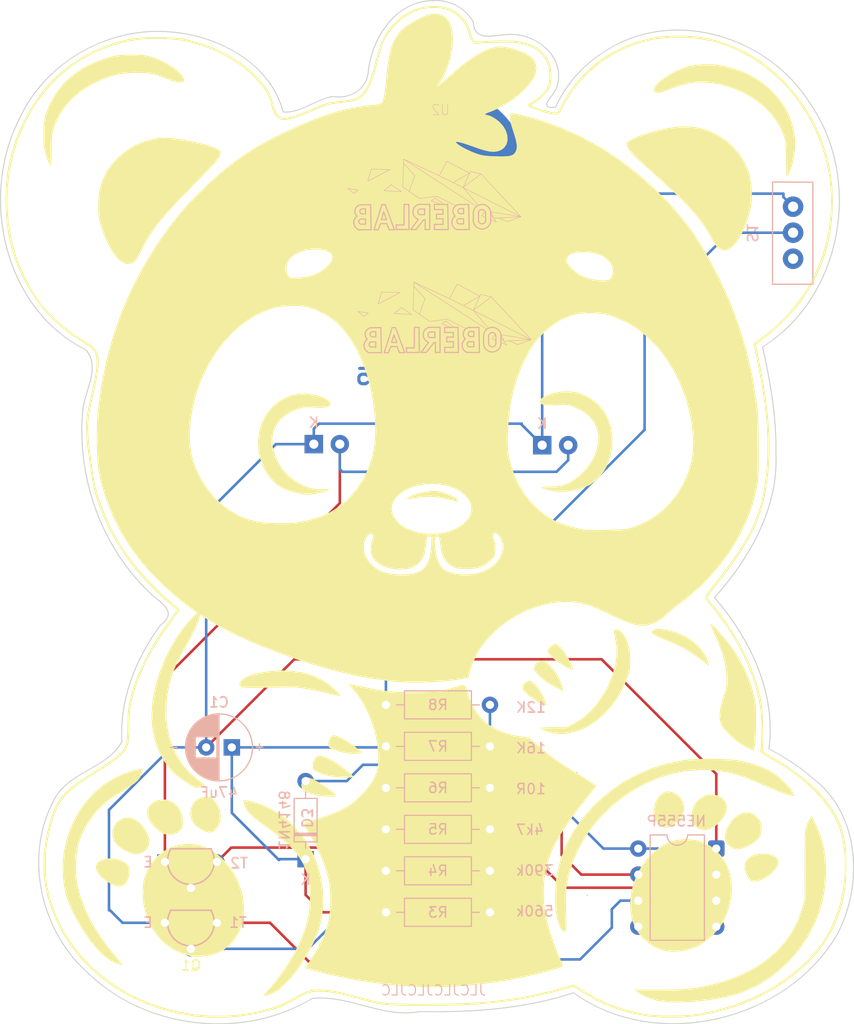
<source format=kicad_pcb>
(kicad_pcb (version 20241229) (generator "pcbnew") (generator_version "9.0")
  (layers (0 "F.Cu" signal) (2 "B.Cu" signal) (13 "F.Paste" user) (15 "B.Paste" user) (5 "F.SilkS" user) (7 "B.SilkS" user) (1 "F.Mask" user) (3 "B.Mask" user) (25 "Edge.Cuts" user))
  (net 0 "")
  (net 1 "Net-(D1-K)")
  (net 2 "Net-(D3-K)")
  (net 3 "Net-(D1-A)")
  (net 4 "Net-(D3-A)")
  (net 5 "Net-(Q1-B)")
  (net 6 "Net-(Q1-C)")
  (net 7 "Net-(Q2-C)")
  (net 8 "Net-(S1-E)")
  (net 9 "Net-(S1-A-Pad1)")
  (footprint "LOGO" (layer "F.Cu") (at 90.7797 89.16415)
    (property "Reference" "G***" (hide yes))
    (property "Value" "LOGO" (hide yes))
  )
  (footprint "LOGO" (layer "F.Cu") (at 90.7797 89.16415)
    (property "Reference" "G***" (hide yes))
    (property "Value" "LOGO" (hide yes))
  )
  (footprint "!Goody:LED_D3.0mm" (layer "F.Cu") (at 79.3 79.9)
    (property "Reference" "D1" (hide yes))
    (property "Value" "LED" (hide yes))
  )
  (footprint "LOGO" (layer "F.Cu") (at 90.7797 89.16415)
    (property "Reference" "G***" (hide yes))
    (property "Value" "LOGO" (hide yes))
  )
  (footprint "!Goody:ob-logo_B.SilkS" (layer "F.Cu") (at 97.4 84.9)
    (property "Reference" "G***" (hide yes))
    (property "Value" "LOGO" (hide yes))
  )
  (footprint "!Goody:ob-logo_B.SilkS" (layer "F.Cu") (at 96.4 72.9)
    (property "Reference" "G***" (hide yes))
    (property "Value" "LOGO" (hide yes))
  )
  (footprint "LOGO" (layer "F.Cu") (at 90.7797 89.16415)
    (property "Reference" "G***" (hide yes))
    (property "Value" "LOGO" (hide yes))
  )
  (footprint "!Goody:LED_D3.0mm" (layer "F.Cu") (at 101.6 80)
    (property "Reference" "D2" (hide yes))
    (property "Value" "LED" (hide yes))
  )
  (footprint "LOGO" (layer "F.Cu") (at 90.7797 89.16415)
    (property "Reference" "G***" (hide yes))
    (property "Value" "LOGO" (hide yes))
  )
  (footprint "LOGO" (layer "F.Cu") (at 90.7797 89.16415)
    (property "Reference" "G***" (hide yes))
    (property "Value" "LOGO" (hide yes))
  )
  (footprint "LOGO" (layer "F.Cu") (at 90.7797 89.16415)
    (property "Reference" "G***" (hide yes))
    (property "Value" "LOGO" (hide yes))
  )
  (footprint "Resistor_THT:R_Axial_DIN0207_L6.3mm_D2.5mm_P10.16mm_Horizontal" (layer "B.Cu") (at 86.34 113.45)
    (property "Reference" "R6")
    (property "Value" "10R")
  )
  (footprint "Package_DIP:DIP-8_W7.62mm" (layer "B.Cu") (at 118.6 119.38 180)
    (property "Reference" "U1" (hide yes))
    (property "Value" "NE555P")
  )
  (footprint "Resistor_THT:R_Axial_DIN0207_L6.3mm_D2.5mm_P10.16mm_Horizontal" (layer "B.Cu") (at 86.34 117.5)
    (property "Reference" "R5")
    (property "Value" "4k7")
  )
  (footprint "!Goody:1N4147_P7.62mm_Horizontal" (layer "B.Cu") (at 78.5 120.41 90)
    (property "Reference" "D3")
    (property "Value" "1N4148")
  )
  (footprint "Resistor_THT:R_Axial_DIN0207_L6.3mm_D2.5mm_P10.16mm_Horizontal" (layer "B.Cu") (at 86.34 125.6)
    (property "Reference" "R3")
    (property "Value" "560k")
  )
  (footprint "Resistor_THT:R_Axial_DIN0207_L6.3mm_D2.5mm_P10.16mm_Horizontal" (layer "B.Cu") (at 86.34 121.55)
    (property "Reference" "R4")
    (property "Value" "390k")
  )
  (footprint "!Goody:BAT-HLD-SMD-Blech" (layer "B.Cu") (at 91.454 53.924)
    (property "Reference" "U2")
    (property "Value" "BAT_HLD_SMD" (hide yes))
  )
  (footprint "Resistor_THT:R_Axial_DIN0207_L6.3mm_D2.5mm_P10.16mm_Horizontal" (layer "B.Cu") (at 86.34 105.35)
    (property "Reference" "R8")
    (property "Value" "12K")
  )
  (footprint "!Goody:Micro_SchalterKHF" (layer "B.Cu") (at 126.1 56.72 -90)
    (property "Reference" "S1")
    (property "Value" "Micro_Schalter" (hide yes))
  )
  (footprint "!Goody:TO-92L_Wide" (layer "B.Cu") (at 64.76 120.681193)
    (property "Reference" "Q2")
    (property "Value" "Q_NPN_EBC" (hide yes))
  )
  (footprint "!Goody:C_Radial_D6.3mm_P2.50mm" (layer "B.Cu") (at 71.2925 109.5 180)
    (property "Reference" "C1")
    (property "Value" "47uF")
  )
  (footprint "Resistor_THT:R_Axial_DIN0207_L6.3mm_D2.5mm_P10.16mm_Horizontal" (layer "B.Cu") (at 86.34 109.4)
    (property "Reference" "R7")
    (property "Value" "16K")
  )
  (footprint "!Goody:TO-92L_Wide" (layer "B.Cu") (at 64.76 126.623578)
    (property "Reference" "Q1")
    (property "Value" "Q_NPN_EBC" (hide yes))
  )
  (gr_line (start 65.3 119.4) (end 69.3 119.4) (stroke (width 0.15)) (layer "B.SilkS"))
  (gr_arc (start 69.247652 125.409768) (mid 67.352159 128.881947) (end 65.299999 125.5) (stroke (width 0.15)) (layer "B.SilkS"))
  (gr_arc (start 69.247652 119.409768) (mid 67.352159 122.881947) (end 65.299999 119.5) (stroke (width 0.15)) (layer "B.SilkS"))
  (gr_line (start 65.3 125.4) (end 69.3 125.4) (stroke (width 0.15)) (layer "B.SilkS"))
  (gr_line (start 102.8707 42.46875) (end 102.7555 42.24725) (stroke (width 0.1)) (layer "Edge.Cuts"))
  (gr_line (start 106.5627 42.36145) (end 106.1777 42.67745) (stroke (width 0.1)) (layer "Edge.Cuts"))
  (gr_line (start 124.0867 75.57475) (end 123.8887 74.27745) (stroke (width 0.1)) (layer "Edge.Cuts"))
  (gr_line (start 57.5242 84.78985) (end 57.7014 85.37645) (stroke (width 0.1)) (layer "Edge.Cuts"))
  (gr_line (start 49.8319 62.38035) (end 50.1291 63.13135) (stroke (width 0.1)) (layer "Edge.Cuts"))
  (gr_line (start 87.6137 37.78085) (end 87.3654 37.98525) (stroke (width 0.1)) (layer "Edge.Cuts"))
  (gr_line (start 123.8187 106.59815) (end 123.7717 106.09815) (stroke (width 0.1)) (layer "Edge.Cuts"))
  (gr_line (start 56.2198 41.84555) (end 55.7351 42.15445) (stroke (width 0.1)) (layer "Edge.Cuts"))
  (gr_line (start 123.8887 74.27745) (end 123.6567 72.98515) (stroke (width 0.1)) (layer "Edge.Cuts"))
  (gr_line (start 57.0074 75.33545) (end 56.8993 75.73485) (stroke (width 0.1)) (layer "Edge.Cuts"))
  (gr_line (start 53.4342 125.97315) (end 53.6544 126.51215) (stroke (width 0.1)) (layer "Edge.Cuts"))
  (gr_line (start 95.7855 40.01565) (end 95.575 39.94665) (stroke (width 0.1)) (layer "Edge.Cuts"))
  (gr_line (start 124.2457 76.87655) (end 124.0867 75.57475) (stroke (width 0.1)) (layer "Edge.Cuts"))
  (gr_line (start 71.5586 136.42115) (end 72.2869 136.34515) (stroke (width 0.1)) (layer "Edge.Cuts"))
  (gr_line (start 66.445 136.16615) (end 67.1691 136.28515) (stroke (width 0.1)) (layer "Edge.Cuts"))
  (gr_line (start 106.1777 42.67745) (end 105.8057 43.00805) (stroke (width 0.1)) (layer "Edge.Cuts"))
  (gr_line (start 123.8627 107.60315) (end 123.8487 107.09915) (stroke (width 0.1)) (layer "Edge.Cuts"))
  (gr_line (start 103.2087 43.93215) (end 103.1983 43.67425) (stroke (width 0.1)) (layer "Edge.Cuts"))
  (gr_line (start 128.0187 112.51115) (end 127.5257 112.09315) (stroke (width 0.1)) (layer "Edge.Cuts"))
  (gr_line (start 79.8217 133.96315) (end 80.4811 133.97915) (stroke (width 0.1)) (layer "Edge.Cuts"))
  (gr_line (start 87.8714 37.59025) (end 87.6137 37.78085) (stroke (width 0.1)) (layer "Edge.Cuts"))
  (gr_line (start 72.9177 42.50315) (end 72.5661 42.23935) (stroke (width 0.1)) (layer "Edge.Cuts"))
  (gr_line (start 52.6091 118.56815) (end 52.5301 119.14115) (stroke (width 0.1)) (layer "Edge.Cuts"))
  (gr_line (start 75.8751 46.21655) (end 75.6892 45.81815) (stroke (width 0.1)) (layer "Edge.Cuts"))
  (gr_line (start 91.232 36.59325) (end 90.9393 36.60775) (stroke (width 0.1)) (layer "Edge.Cuts"))
  (gr_line (start 124.4347 81.80295) (end 124.4367 81.30555) (stroke (width 0.1)) (layer "Edge.Cuts"))
  (gr_line (start 130.3107 59.43435) (end 130.4457 58.59945) (stroke (width 0.1)) (layer "Edge.Cuts"))
  (gr_line (start 108.7417 135.56015) (end 109.6147 135.83115) (stroke (width 0.1)) (layer "Edge.Cuts"))
  (gr_line (start 67.3166 39.95445) (end 66.4581 39.79445) (stroke (width 0.1)) (layer "Edge.Cuts"))
  (gr_line (start 123.2997 103.63535) (end 123.0097 102.67185) (stroke (width 0.1)) (layer "Edge.Cuts"))
  (gr_line (start 60.7037 105.90015) (end 60.6083 106.65315) (stroke (width 0.1)) (layer "Edge.Cuts"))
  (gr_line (start 131.9137 119.63015) (end 131.8397 119.11515) (stroke (width 0.1)) (layer "Edge.Cuts"))
  (gr_line (start 50.7781 47.66195) (end 50.5248 48.18755) (stroke (width 0.1)) (layer "Edge.Cuts"))
  (gr_line (start 88.1385 37.41415) (end 87.8714 37.59025) (stroke (width 0.1)) (layer "Edge.Cuts"))
  (gr_line (start 55.2625 42.48115) (end 54.8024 42.82545) (stroke (width 0.1)) (layer "Edge.Cuts"))
  (gr_line (start 74.4428 135.94615) (end 75.148 135.75615) (stroke (width 0.1)) (layer "Edge.Cuts"))
  (gr_line (start 126.8827 45.38695) (end 126.4437 44.85015) (stroke (width 0.1)) (layer "Edge.Cuts"))
  (gr_line (start 57.6536 72.15275) (end 57.6627 72.53665) (stroke (width 0.1)) (layer "Edge.Cuts"))
  (gr_line (start 84.7891 42.49255) (end 84.6671 43.13225) (stroke (width 0.1)) (layer "Edge.Cuts"))
  (gr_line (start 60.2567 109.41515) (end 60.0869 109.63515) (stroke (width 0.1)) (layer "Edge.Cuts"))
  (gr_line (start 54.0212 114.45615) (end 53.8852 114.71815) (stroke (width 0.1)) (layer "Edge.Cuts"))
  (gr_line (start 58.4931 132.61515) (end 59.0783 133.05715) (stroke (width 0.1)) (layer "Edge.Cuts"))
  (gr_line (start 129.9267 128.53715) (end 130.4147 127.75615) (stroke (width 0.1)) (layer "Edge.Cuts"))
  (gr_line (start 86.3033 135.22115) (end 86.953 135.32715) (stroke (width 0.1)) (layer "Edge.Cuts"))
  (gr_line (start 103.868 45.27135) (end 103.6006 45.69095) (stroke (width 0.1)) (layer "Edge.Cuts"))
  (gr_line (start 50.4606 63.86575) (end 50.8264 64.58195) (stroke (width 0.1)) (layer "Edge.Cuts"))
  (gr_line (start 121.5147 41.06695) (end 120.8837 40.77465) (stroke (width 0.1)) (layer "Edge.Cuts"))
  (gr_line (start 52.6567 123.17615) (end 52.768 123.74615) (stroke (width 0.1)) (layer "Edge.Cuts"))
  (gr_line (start 122.6657 101.72325) (end 122.2727 100.79135) (stroke (width 0.1)) (layer "Edge.Cuts"))
  (gr_line (start 67.1691 136.28515) (end 67.8973 136.37815) (stroke (width 0.1)) (layer "Edge.Cuts"))
  (gr_line (start 75.4844 45.43175) (end 75.2615 45.05755) (stroke (width 0.1)) (layer "Edge.Cuts"))
  (gr_line (start 63.2862 39.62435) (end 62.7104 39.66735) (stroke (width 0.1)) (layer "Edge.Cuts"))
  (gr_line (start 130.1377 60.26185) (end 130.3107 59.43435) (stroke (width 0.1)) (layer "Edge.Cuts"))
  (gr_line (start 92.1048 36.67975) (end 91.8161 36.62985) (stroke (width 0.1)) (layer "Edge.Cuts"))
  (gr_line (start 125.4897 43.84205) (end 124.9787 43.37195) (stroke (width 0.1)) (layer "Edge.Cuts"))
  (gr_line (start 100.0401 134.60815) (end 100.9751 134.43015) (stroke (width 0.1)) (layer "Edge.Cuts"))
  (gr_line (start 72.2869 136.34515) (end 73.0111 136.24115) (stroke (width 0.1)) (layer "Edge.Cuts"))
  (gr_line (start 53.0576 124.87215) (end 53.2352 125.42615) (stroke (width 0.1)) (layer "Edge.Cuts"))
  (gr_line (start 131.3947 125.34915) (end 131.5377 124.84315) (stroke (width 0.1)) (layer "Edge.Cuts"))
  (gr_line (start 127.2957 45.94465) (end 126.8827 45.38695) (stroke (width 0.1)) (layer "Edge.Cuts"))
  (gr_line (start 106.9597 42.06055) (end 106.5627 42.36145) (stroke (width 0.1)) (layer "Edge.Cuts"))
  (gr_line (start 59.6814 133.47315) (end 60.3013 133.86315) (stroke (width 0.1)) (layer "Edge.Cuts"))
  (gr_line (start 104.4528 44.46665) (end 104.1522 44.86315) (stroke (width 0.1)) (layer "Edge.Cuts"))
  (gr_line (start 102.6256 42.03315) (end 102.4818 41.82685) (stroke (width 0.1)) (layer "Edge.Cuts"))
  (gr_line (start 65.7261 136.01815) (end 66.445 136.16615) (stroke (width 0.1)) (layer "Edge.Cuts"))
  (gr_line (start 101.9747 41.25875) (end 101.5815 40.92635) (stroke (width 0.1)) (layer "Edge.Cuts"))
  (gr_line (start 113.4677 39.54265) (end 112.7857 39.62755) (stroke (width 0.1)) (layer "Edge.Cuts"))
  (gr_line (start 87.6063 135.39615) (end 88.264 135.41915) (stroke (width 0.1)) (layer "Edge.Cuts"))
  (gr_line (start 103.1201 43.17405) (end 103.0538 42.93255) (stroke (width 0.1)) (layer "Edge.Cuts"))
  (gr_line (start 53.1802 116.32615) (end 52.9985 116.87715) (stroke (width 0.1)) (layer "Edge.Cuts"))
  (gr_line (start 60.8361 105.15215) (end 60.7037 105.90015) (stroke (width 0.1)) (layer "Edge.Cuts"))
  (gr_line (start 119.6867 96.44245) (end 119.0687 95.64715) (stroke (width 0.1)) (layer "Edge.Cuts"))
  (gr_line (start 65.0407 96.73665) (end 64.9469 96.93535) (stroke (width 0.1)) (layer "Edge.Cuts"))
  (gr_line (start 54.5065 113.75715) (end 54.3327 113.97715) (stroke (width 0.1)) (layer "Edge.Cuts"))
  (gr_line (start 59.0783 133.05715) (end 59.6814 133.47315) (stroke (width 0.1)) (layer "Edge.Cuts"))
  (gr_line (start 103.1193 46.56215) (end 102.9067 47.01295) (stroke (width 0.1)) (layer "Edge.Cuts"))
  (gr_line (start 90.2576 36.65145) (end 89.929 36.70465) (stroke (width 0.1)) (layer "Edge.Cuts"))
  (gr_line (start 53.6544 126.51215) (end 53.8954 127.04215) (stroke (width 0.1)) (layer "Edge.Cuts"))
  (gr_line (start 120.2757 97.26495) (end 119.6867 96.44245) (stroke (width 0.1)) (layer "Edge.Cuts"))
  (gr_line (start 126.8967 67.04175) (end 127.4037 66.37155) (stroke (width 0.1)) (layer "Edge.Cuts"))
  (gr_line (start 80.2659 46.20095) (end 79.9651 46.31785) (stroke (width 0.1)) (layer "Edge.Cuts"))
  (gr_line (start 117.8027 136.17215) (end 118.7077 135.98815) (stroke (width 0.1)) (layer "Edge.Cuts"))
  (gr_line (start 80.8808 46.01495) (end 80.5708 46.09875) (stroke (width 0.1)) (layer "Edge.Cuts"))
  (gr_line (start 123.7367 109.63115) (end 123.7957 109.12215) (stroke (width 0.1)) (layer "Edge.Cuts"))
  (gr_line (start 52.1276 66.60155) (end 52.6287 67.22555) (stroke (width 0.1)) (layer "Edge.Cuts"))
  (gr_line (start 86.082 39.45615) (end 85.736 40.02135) (stroke (width 0.1)) (layer "Edge.Cuts"))
  (gr_line (start 106.2277 134.45215) (end 107.0467 134.87115) (stroke (width 0.1)) (layer "Edge.Cuts"))
  (gr_line (start 64.8411 95.82445) (end 64.9552 95.99895) (stroke (width 0.1)) (layer "Edge.Cuts"))
  (gr_line (start 89.929 36.70465) (end 89.6088 36.77775) (stroke (width 0.1)) (layer "Edge.Cuts"))
  (gr_line (start 72.2039 41.98795) (end 71.8321 41.74905) (stroke (width 0.1)) (layer "Edge.Cuts"))
  (gr_line (start 61.2063 103.67725) (end 61.0042 104.41115) (stroke (width 0.1)) (layer "Edge.Cuts"))
  (gr_line (start 123.1217 70.41715) (end 123.8377 69.94135) (stroke (width 0.1)) (layer "Edge.Cuts"))
  (gr_line (start 73.7301 136.10815) (end 74.4428 135.94615) (stroke (width 0.1)) (layer "Edge.Cuts"))
  (gr_line (start 56.6495 78.74095) (end 56.6619 79.35415) (stroke (width 0.1)) (layer "Edge.Cuts"))
  (gr_line (start 48.8724 53.57025) (end 48.7819 54.37845) (stroke (width 0.1)) (layer "Edge.Cuts"))
  (gr_line (start 131.8557 123.29615) (end 131.9237 122.77315) (stroke (width 0.1)) (layer "Edge.Cuts"))
  (gr_line (start 54.8024 42.82545) (end 54.3557 43.18675) (stroke (width 0.1)) (layer "Edge.Cuts"))
  (gr_line (start 95.575 39.94665) (end 95.3858 39.84495) (stroke (width 0.1)) (layer "Edge.Cuts"))
  (gr_line (start 94.9761 39.29715) (end 94.902 39.01835) (stroke (width 0.1)) (layer "Edge.Cuts"))
  (gr_line (start 58.8237 88.22295) (end 59.0947 88.77185) (stroke (width 0.1)) (layer "Edge.Cuts"))
  (gr_line (start 103.6006 45.69095) (end 103.3509 46.12135) (stroke (width 0.1)) (layer "Edge.Cuts"))
  (gr_line (start 128.3077 64.95695) (end 128.7057 64.21645) (stroke (width 0.1)) (layer "Edge.Cuts"))
  (gr_line (start 89.5961 135.29615) (end 91.4996 135.30615) (stroke (width 0.1)) (layer "Edge.Cuts"))
  (gr_line (start 95.3858 39.84495) (end 95.221 39.70585) (stroke (width 0.1)) (layer "Edge.Cuts"))
  (gr_line (start 101.9052 134.22815) (end 102.8298 134.00015) (stroke (width 0.1)) (layer "Edge.Cuts"))
  (gr_line (start 83.9928 45.05025) (end 83.8021 45.24665) (stroke (width 0.1)) (layer "Edge.Cuts"))
  (gr_line (start 56.7156 41.55495) (end 56.2198 41.84555) (stroke (width 0.1)) (layer "Edge.Cuts"))
  (gr_line (start 111.3977 136.22815) (end 112.3037 136.35615) (stroke (width 0.1)) (layer "Edge.Cuts"))
  (gr_line (start 104.7691 44.08245) (end 104.4528 44.46665) (stroke (width 0.1)) (layer "Edge.Cuts"))
  (gr_line (start 48.7819 54.37845) (end 48.7275 55.19075) (stroke (width 0.1)) (layer "Edge.Cuts"))
  (gr_line (start 127.0177 111.69315) (end 126.4957 111.31215) (stroke (width 0.1)) (layer "Edge.Cuts"))
  (gr_line (start 128.8387 113.21015) (end 128.4417 112.85215) (stroke (width 0.1)) (layer "Edge.Cuts"))
  (gr_line (start 123.8367 108.61515) (end 123.8587 108.10815) (stroke (width 0.1)) (layer "Edge.Cuts"))
  (gr_line (start 54.4385 128.07115) (end 54.7401 128.56915) (stroke (width 0.1)) (layer "Edge.Cuts"))
  (gr_line (start 123.0527 134.45115) (end 123.8697 134.02515) (stroke (width 0.1)) (layer "Edge.Cuts"))
  (gr_line (start 65.0839 96.54455) (end 65.0407 96.73665) (stroke (width 0.1)) (layer "Edge.Cuts"))
  (gr_line (start 130.7107 115.69715) (end 130.4587 115.24715) (stroke (width 0.1)) (layer "Edge.Cuts"))
  (gr_line (start 115.9727 136.41015) (end 116.8897 136.31315) (stroke (width 0.1)) (layer "Edge.Cuts"))
  (gr_line (start 83.1253 45.70615) (end 82.8715 45.81435) (stroke (width 0.1)) (layer "Edge.Cuts"))
  (gr_line (start 102.4818 41.82685) (end 102.3248 41.62875) (stroke (width 0.1)) (layer "Edge.Cuts"))
  (gr_line (start 97.6088 39.96425) (end 97.0549 40.02845) (stroke (width 0.1)) (layer "Edge.Cuts"))
  (gr_line (start 124.1747 84.24075) (end 124.2577 83.76005) (stroke (width 0.1)) (layer "Edge.Cuts"))
  (gr_line (start 57.7014 85.37645) (end 57.8945 85.95785) (stroke (width 0.1)) (layer "Edge.Cuts"))
  (gr_line (start 90.9393 36.60775) (end 90.5944 36.61895) (stroke (width 0.1)) (layer "Edge.Cuts"))
  (gr_line (start 90.5944 36.61895) (end 90.2576 36.65145) (stroke (width 0.1)) (layer "Edge.Cuts"))
  (gr_line (start 51.2262 65.27785) (end 51.66 65.95165) (stroke (width 0.1)) (layer "Edge.Cuts"))
  (gr_line (start 122.2727 100.79135) (end 121.8347 99.87775) (stroke (width 0.1)) (layer "Edge.Cuts"))
  (gr_line (start 56.6758 77.51455) (end 56.654 78.12765) (stroke (width 0.1)) (layer "Edge.Cuts"))
  (gr_line (start 93.2052 37.07595) (end 92.941 36.94865) (stroke (width 0.1)) (layer "Edge.Cuts"))
  (gr_line (start 79.9651 46.31785) (end 79.3719 46.58045) (stroke (width 0.1)) (layer "Edge.Cuts"))
  (gr_line (start 124.3597 78.18245) (end 124.2457 76.87655) (stroke (width 0.1)) (layer "Edge.Cuts"))
  (gr_line (start 95.221 39.70585) (end 95.0834 39.52475) (stroke (width 0.1)) (layer "Edge.Cuts"))
  (gr_line (start 118.9257 40.06785) (end 118.2567 39.89105) (stroke (width 0.1)) (layer "Edge.Cuts"))
  (gr_line (start 130.5997 56.91475) (end 130.6177 56.06915) (stroke (width 0.1)) (layer "Edge.Cuts"))
  (gr_line (start 64.3483 95.31105) (end 64.699 95.65225) (stroke (width 0.1)) (layer "Edge.Cuts"))
  (gr_line (start 118.7077 135.98815) (end 119.6037 135.76215) (stroke (width 0.1)) (layer "Edge.Cuts"))
  (gr_line (start 114.1537 39.49275) (end 113.4677 39.54265) (stroke (width 0.1)) (layer "Edge.Cuts"))
  (gr_line (start 62.7104 39.66735) (end 62.1374 39.73305) (stroke (width 0.1)) (layer "Edge.Cuts"))
  (gr_line (start 57.3105 71.05565) (end 57.4059 71.23185) (stroke (width 0.1)) (layer "Edge.Cuts"))
  (gr_line (start 124.3787 82.78815) (end 124.4147 82.29715) (stroke (width 0.1)) (layer "Edge.Cuts"))
  (gr_line (start 52.476 119.71615) (end 52.4465 120.29315) (stroke (width 0.1)) (layer "Edge.Cuts"))
  (gr_line (start 64.3085 135.64115) (end 65.0135 135.84315) (stroke (width 0.1)) (layer "Edge.Cuts"))
  (gr_line (start 102.8298 134.00015) (end 103.7484 133.74415) (stroke (width 0.1)) (layer "Edge.Cuts"))
  (gr_line (start 52.3472 45.23785) (end 51.9954 45.69425) (stroke (width 0.1)) (layer "Edge.Cuts"))
  (gr_line (start 131.7687 123.81615) (end 131.8557 123.29615) (stroke (width 0.1)) (layer "Edge.Cuts"))
  (gr_line (start 102.3248 41.62875) (end 101.9747 41.25875) (stroke (width 0.1)) (layer "Edge.Cuts"))
  (gr_line (start 121.3937 90.97655) (end 121.9037 90.13505) (stroke (width 0.1)) (layer "Edge.Cuts"))
  (gr_line (start 114.8407 39.47715) (end 114.1537 39.49275) (stroke (width 0.1)) (layer "Edge.Cuts"))
  (gr_line (start 51.66 65.95165) (end 52.1276 66.60155) (stroke (width 0.1)) (layer "Edge.Cuts"))
  (gr_line (start 107.0467 134.87115) (end 107.8857 135.24015) (stroke (width 0.1)) (layer "Edge.Cuts"))
  (gr_line (start 57.1857 111.76615) (end 56.6953 112.04915) (stroke (width 0.1)) (layer "Edge.Cuts"))
  (gr_line (start 48.7785 57.63415) (end 48.8664 58.44445) (stroke (width 0.1)) (layer "Edge.Cuts"))
  (gr_line (start 56.654 78.12765) (end 56.6495 78.74095) (stroke (width 0.1)) (layer "Edge.Cuts"))
  (gr_line (start 94.7136 38.43135) (end 94.5442 38.19225) (stroke (width 0.1)) (layer "Edge.Cuts"))
  (gr_line (start 73.902 43.36895) (end 73.5864 43.06805) (stroke (width 0.1)) (layer "Edge.Cuts"))
  (gr_line (start 53.2352 125.42615) (end 53.4342 125.97315) (stroke (width 0.1)) (layer "Edge.Cuts"))
  (gr_line (start 77.8705 134.70415) (end 78.5208 134.36815) (stroke (width 0.1)) (layer "Edge.Cuts"))
  (gr_line (start 55.4015 129.52615) (end 55.7608 129.98415) (stroke (width 0.1)) (layer "Edge.Cuts"))
  (gr_line (start 62.6773 100.15685) (end 62.3267 100.83775) (stroke (width 0.1)) (layer "Edge.Cuts"))
  (gr_line (start 124.2577 83.76005) (end 124.3257 83.27575) (stroke (width 0.1)) (layer "Edge.Cuts"))
  (gr_line (start 88.7 37.10845) (end 88.4147 37.25325) (stroke (width 0.1)) (layer "Edge.Cuts"))
  (gr_line (start 123.0097 102.67185) (end 122.6657 101.72325) (stroke (width 0.1)) (layer "Edge.Cuts"))
  (gr_line (start 124.0767 84.71795) (end 124.1747 84.24075) (stroke (width 0.1)) (layer "Edge.Cuts"))
  (gr_line (start 100.6912 40.38685) (end 100.2067 40.18605) (stroke (width 0.1)) (layer "Edge.Cuts"))
  (gr_line (start 76.0414 46.62695) (end 75.8751 46.21655) (stroke (width 0.1)) (layer "Edge.Cuts"))
  (gr_line (start 81.197 45.95355) (end 80.8808 46.01495) (stroke (width 0.1)) (layer "Edge.Cuts"))
  (gr_line (start 115.0537 136.46415) (end 115.9727 136.41015) (stroke (width 0.1)) (layer "Edge.Cuts"))
  (gr_line (start 49.1617 51.97395) (end 48.9989 52.76815) (stroke (width 0.1)) (layer "Edge.Cuts"))
  (gr_line (start 123.2007 87.50135) (end 123.5437 86.58935) (stroke (width 0.1)) (layer "Edge.Cuts"))
  (gr_line (start 56.8993 75.73485) (end 56.8096 76.13005) (stroke (width 0.1)) (layer "Edge.Cuts"))
  (gr_line (start 52.5301 119.14115) (end 52.476 119.71615) (stroke (width 0.1)) (layer "Edge.Cuts"))
  (gr_line (start 127.5667 131.33015) (end 128.2137 130.68315) (stroke (width 0.1)) (layer "Edge.Cuts"))
  (gr_line (start 121.9037 90.13505) (end 122.3767 89.27495) (stroke (width 0.1)) (layer "Edge.Cuts"))
  (gr_line (start 62.0028 101.53125) (end 61.7071 102.23635) (stroke (width 0.1)) (layer "Edge.Cuts"))
  (gr_line (start 130.4587 115.24715) (end 130.1827 114.81115) (stroke (width 0.1)) (layer "Edge.Cuts"))
  (gr_line (start 64.3178 97.57955) (end 63.8749 98.19985) (stroke (width 0.1)) (layer "Edge.Cuts"))
  (gr_line (start 57.927 132.14715) (end 58.4931 132.61515) (stroke (width 0.1)) (layer "Edge.Cuts"))
  (gr_line (start 122.1327 41.38655) (end 121.5147 41.06695) (stroke (width 0.1)) (layer "Edge.Cuts"))
  (gr_line (start 120.2407 40.51025) (end 119.5877 40.27445) (stroke (width 0.1)) (layer "Edge.Cuts"))
  (gr_line (start 70.0946 136.48815) (end 70.8275 136.46815) (stroke (width 0.1)) (layer "Edge.Cuts"))
  (gr_line (start 64.699 95.65225) (end 64.8411 95.82445) (stroke (width 0.1)) (layer "Edge.Cuts"))
  (gr_line (start 61.5679 39.82095) (end 61.0026 39.93085) (stroke (width 0.1)) (layer "Edge.Cuts"))
  (gr_line (start 85.736 40.02135) (end 85.4326 40.61375) (stroke (width 0.1)) (layer "Edge.Cuts"))
  (gr_line (start 76.9633 47.45905) (end 76.6417 47.48685) (stroke (width 0.1)) (layer "Edge.Cuts"))
  (gr_line (start 112.3037 136.35615) (end 113.2167 136.43815) (stroke (width 0.1)) (layer "Edge.Cuts"))
  (gr_line (start 76.5312 135.28815) (end 77.2069 135.01115) (stroke (width 0.1)) (layer "Edge.Cuts"))
  (gr_line (start 62.2077 93.30495) (end 62.6265 93.75515) (stroke (width 0.1)) (layer "Edge.Cuts"))
  (gr_line (start 128.8237 130.00215) (end 129.3957 129.28615) (stroke (width 0.1)) (layer "Edge.Cuts"))
  (gr_line (start 129.9257 61.07975) (end 130.1377 60.26185) (stroke (width 0.1)) (layer "Edge.Cuts"))
  (gr_line (start 131.2337 125.84815) (end 131.3947 125.34915) (stroke (width 0.1)) (layer "Edge.Cuts"))
  (gr_line (start 48.9896 59.24955) (end 49.1479 60.04755) (stroke (width 0.1)) (layer "Edge.Cuts"))
  (gr_line (start 73.5864 43.06805) (end 73.2581 42.77935) (stroke (width 0.1)) (layer "Edge.Cuts"))
  (gr_line (start 48.7259 56.82055) (end 48.7785 57.63415) (stroke (width 0.1)) (layer "Edge.Cuts"))
  (gr_line (start 102.0551 46.68075) (end 102.1039 46.54115) (stroke (width 0.1)) (layer "Edge.Cuts"))
  (gr_line (start 50.1291 63.13135) (end 50.4606 63.86575) (stroke (width 0.1)) (layer "Edge.Cuts"))
  (gr_line (start 129.0667 63.45655) (end 129.3907 62.67915) (stroke (width 0.1)) (layer "Edge.Cuts"))
  (gr_line (start 130.5417 57.75885) (end 130.5997 56.91475) (stroke (width 0.1)) (layer "Edge.Cuts"))
  (gr_line (start 67.8973 136.37815) (end 68.6284 136.44215) (stroke (width 0.1)) (layer "Edge.Cuts"))
  (gr_line (start 55.7608 129.98415) (end 56.1387 130.42615) (stroke (width 0.1)) (layer "Edge.Cuts"))
  (gr_line (start 61.0374 91.88485) (end 61.413 92.36935) (stroke (width 0.1)) (layer "Edge.Cuts"))
  (gr_line (start 58.5681 87.66665) (end 58.8237 88.22295) (stroke (width 0.1)) (layer "Edge.Cuts"))
  (gr_line (start 73.0111 136.24115) (end 73.7301 136.10815) (stroke (width 0.1)) (layer "Edge.Cuts"))
  (gr_line (start 74.204 43.68225) (end 73.902 43.36895) (stroke (width 0.1)) (layer "Edge.Cuts"))
  (gr_line (start 84.3676 134.76315) (end 85.6564 135.08615) (stroke (width 0.1)) (layer "Edge.Cuts"))
  (gr_line (start 57.2495 74.52945) (end 57.0074 75.33545) (stroke (width 0.1)) (layer "Edge.Cuts"))
  (gr_line (start 85.1729 41.22715) (end 84.9581 41.85545) (stroke (width 0.1)) (layer "Edge.Cuts"))
  (gr_line (start 88.9942 36.98045) (end 88.7 37.10845) (stroke (width 0.1)) (layer "Edge.Cuts"))
  (gr_line (start 82.0547 45.99645) (end 81.7706 46.00785) (stroke (width 0.1)) (layer "Edge.Cuts"))
  (gr_line (start 94.3596 135.22715) (end 95.3119 135.17115) (stroke (width 0.1)) (layer "Edge.Cuts"))
  (gr_line (start 65.0366 96.17655) (end 65.081 96.35815) (stroke (width 0.1)) (layer "Edge.Cuts"))
  (gr_line (start 52.46 121.45015) (end 52.5023 122.02715) (stroke (width 0.1)) (layer "Edge.Cuts"))
  (gr_line (start 48.9989 52.76815) (end 48.8724 53.57025) (stroke (width 0.1)) (layer "Edge.Cuts"))
  (gr_line (start 52.568 122.60315) (end 52.6567 123.17615) (stroke (width 0.1)) (layer "Edge.Cuts"))
  (gr_line (start 130.5347 54.38105) (end 130.4347 53.54255) (stroke (width 0.1)) (layer "Edge.Cuts"))
  (gr_line (start 102.9704 42.69735) (end 102.8707 42.46875) (stroke (width 0.1)) (layer "Edge.Cuts"))
  (gr_line (start 61.0026 39.93085) (end 60.4422 40.06235) (stroke (width 0.1)) (layer "Edge.Cuts"))
  (gr_line (start 60.5515 107.41115) (end 60.5346 108.17215) (stroke (width 0.1)) (layer "Edge.Cuts"))
  (gr_line (start 57.0664 70.71255) (end 57.1976 70.88245) (stroke (width 0.1)) (layer "Edge.Cuts"))
  (gr_line (start 87.3654 37.98525) (end 87.1268 38.20245) (stroke (width 0.1)) (layer "Edge.Cuts"))
  (gr_line (start 89.2972 36.86995) (end 88.9942 36.98045) (stroke (width 0.1)) (layer "Edge.Cuts"))
  (gr_line (start 84.9581 41.85545) (end 84.7891 42.49255) (stroke (width 0.1)) (layer "Edge.Cuts"))
  (gr_line (start 78.5208 134.36815) (end 79.1567 134.00215) (stroke (width 0.1)) (layer "Edge.Cuts"))
  (gr_line (start 58.7974 40.58225) (end 58.2636 40.79625) (stroke (width 0.1)) (layer "Edge.Cuts"))
  (gr_line (start 53.1634 67.82185) (end 53.7314 68.38855) (stroke (width 0.1)) (layer "Edge.Cuts"))
  (gr_line (start 98.6714 39.89685) (end 98.4119 39.89845) (stroke (width 0.1)) (layer "Edge.Cuts"))
  (gr_line (start 119.0687 95.64715) (end 118.4257 94.88065) (stroke (width 0.1)) (layer "Edge.Cuts"))
  (gr_line (start 82.8715 45.81435) (end 82.6072 45.89915) (stroke (width 0.1)) (layer "Edge.Cuts"))
  (gr_line (start 131.0557 126.33915) (end 131.2337 125.84815) (stroke (width 0.1)) (layer "Edge.Cuts"))
  (gr_line (start 120.2797 92.60085) (end 120.8517 91.79865) (stroke (width 0.1)) (layer "Edge.Cuts"))
  (gr_line (start 129.6247 50.27255) (end 129.3197 49.48595) (stroke (width 0.1)) (layer "Edge.Cuts"))
  (gr_line (start 63.9389 94.96865) (end 64.3483 95.31105) (stroke (width 0.1)) (layer "Edge.Cuts"))
  (gr_line (start 57.3811 131.65315) (end 57.927 132.14715) (stroke (width 0.1)) (layer "Edge.Cuts"))
  (gr_line (start 93.46 37.22105) (end 93.2052 37.07595) (stroke (width 0.1)) (layer "Edge.Cuts"))
  (gr_line (start 96.0144 40.05635) (end 95.7855 40.01565) (stroke (width 0.1)) (layer "Edge.Cuts"))
  (gr_line (start 83.0799 134.42615) (end 84.3676 134.76315) (stroke (width 0.1)) (layer "Edge.Cuts"))
  (gr_line (start 74.7644 44.34545) (end 74.4917 44.00775) (stroke (width 0.1)) (layer "Edge.Cuts"))
  (gr_line (start 62.3267 100.83775) (end 62.0028 101.53125) (stroke (width 0.1)) (layer "Edge.Cuts"))
  (gr_line (start 92.6686 36.83985) (end 92.3894 36.74995) (stroke (width 0.1)) (layer "Edge.Cuts"))
  (gr_line (start 124.6637 133.56015) (end 125.4327 133.05815) (stroke (width 0.1)) (layer "Edge.Cuts"))
  (gr_line (start 118.2567 39.89105) (end 117.5807 39.74475) (stroke (width 0.1)) (layer "Edge.Cuts"))
  (gr_line (start 127.4037 66.37155) (end 127.8737 65.67605) (stroke (width 0.1)) (layer "Edge.Cuts"))
  (gr_line (start 77.8908 47.22835) (end 77.5868 47.32605) (stroke (width 0.1)) (layer "Edge.Cuts"))
  (gr_line (start 49.3411 60.83665) (end 49.5692 61.61485) (stroke (width 0.1)) (layer "Edge.Cuts"))
  (gr_line (start 123.8697 134.02515) (end 124.6637 133.56015) (stroke (width 0.1)) (layer "Edge.Cuts"))
  (gr_line (start 75.2615 45.05755) (end 75.0212 44.69545) (stroke (width 0.1)) (layer "Edge.Cuts"))
  (gr_line (start 128.4417 112.85215) (end 128.0187 112.51115) (stroke (width 0.1)) (layer "Edge.Cuts"))
  (gr_line (start 129.6767 61.88615) (end 129.9257 61.07975) (stroke (width 0.1)) (layer "Edge.Cuts"))
  (gr_line (start 96.2587 40.07345) (end 96.0144 40.05635) (stroke (width 0.1)) (layer "Edge.Cuts"))
  (gr_line (start 83.5926 45.42175) (end 83.3663 45.57515) (stroke (width 0.1)) (layer "Edge.Cuts"))
  (gr_line (start 113.2167 136.43815) (end 114.1337 136.47415) (stroke (width 0.1)) (layer "Edge.Cuts"))
  (gr_line (start 99.1904 39.93785) (end 98.6714 39.89685) (stroke (width 0.1)) (layer "Edge.Cuts"))
  (gr_line (start 126.3557 67.68445) (end 126.8967 67.04175) (stroke (width 0.1)) (layer "Edge.Cuts"))
  (gr_line (start 124.9787 43.37195) (end 124.4467 42.92535) (stroke (width 0.1)) (layer "Edge.Cuts"))
  (gr_line (start 131.6287 118.09915) (end 131.4897 117.60115) (stroke (width 0.1)) (layer "Edge.Cuts"))
  (gr_line (start 58.6356 110.89915) (end 58.1629 111.19815) (stroke (width 0.1)) (layer "Edge.Cuts"))
  (gr_line (start 132.0007 121.72315) (end 132.0097 121.19715) (stroke (width 0.1)) (layer "Edge.Cuts"))
  (gr_line (start 56.7456 76.51965) (end 56.7148 76.90225) (stroke (width 0.1)) (layer "Edge.Cuts"))
  (gr_line (start 49.8692 49.65765) (end 49.5967 50.41685) (stroke (width 0.1)) (layer "Edge.Cuts"))
  (gr_line (start 82.3342 45.96005) (end 82.0547 45.99645) (stroke (width 0.1)) (layer "Edge.Cuts"))
  (gr_line (start 57.4771 73.72305) (end 57.2495 74.52945) (stroke (width 0.1)) (layer "Edge.Cuts"))
  (gr_line (start 56.6913 79.96665) (end 56.7376 80.57805) (stroke (width 0.1)) (layer "Edge.Cuts"))
  (gr_line (start 57.222 41.28295) (end 56.7156 41.55495) (stroke (width 0.1)) (layer "Edge.Cuts"))
  (gr_line (start 120.8517 91.79865) (end 121.3937 90.97655) (stroke (width 0.1)) (layer "Edge.Cuts"))
  (gr_line (start 102.7555 42.24725) (end 102.6256 42.03315) (stroke (width 0.1)) (layer "Edge.Cuts"))
  (gr_line (start 69.0203 40.42895) (end 68.1727 40.16605) (stroke (width 0.1)) (layer "Edge.Cuts"))
  (gr_line (start 58.1033 86.53365) (end 58.3279 87.10335) (stroke (width 0.1)) (layer "Edge.Cuts"))
  (gr_line (start 60.5593 108.93515) (end 60.4144 109.18215) (stroke (width 0.1)) (layer "Edge.Cuts"))
  (gr_line (start 79.1567 134.00215) (end 79.4899 133.97515) (stroke (width 0.1)) (layer "Edge.Cuts"))
  (gr_line (start 62.6265 93.75515) (end 63.0596 94.19295) (stroke (width 0.1)) (layer "Edge.Cuts"))
  (gr_line (start 52.6287 67.22555) (end 53.1634 67.82185) (stroke (width 0.1)) (layer "Edge.Cuts"))
  (gr_line (start 57.7382 41.02995) (end 57.222 41.28295) (stroke (width 0.1)) (layer "Edge.Cuts"))
  (gr_line (start 123.8587 108.10815) (end 123.8627 107.60315) (stroke (width 0.1)) (layer "Edge.Cuts"))
  (gr_line (start 120.4887 135.49515) (end 121.3607 135.18715) (stroke (width 0.1)) (layer "Edge.Cuts"))
  (gr_line (start 97.2116 135.00615) (end 98.1578 134.89515) (stroke (width 0.1)) (layer "Edge.Cuts"))
  (gr_line (start 55.634 69.89235) (end 56.3339 70.32195) (stroke (width 0.1)) (layer "Edge.Cuts"))
  (gr_line (start 122.2157 134.83915) (end 123.0527 134.45115) (stroke (width 0.1)) (layer "Edge.Cuts"))
  (gr_line (start 76.3121 47.48375) (end 76.1873 47.04935) (stroke (width 0.1)) (layer "Edge.Cuts"))
  (gr_line (start 89.2607 135.35115) (end 89.5961 135.29615) (stroke (width 0.1)) (layer "Edge.Cuts"))
  (gr_line (start 69.3612 136.47915) (end 70.0946 136.48815) (stroke (width 0.1)) (layer "Edge.Cuts"))
  (gr_line (start 130.5957 55.22385) (end 130.5347 54.38105) (stroke (width 0.1)) (layer "Edge.Cuts"))
  (gr_line (start 55.3012 112.98515) (end 54.8857 113.35115) (stroke (width 0.1)) (layer "Edge.Cuts"))
  (gr_line (start 60.3013 133.86315) (end 60.9369 134.22615) (stroke (width 0.1)) (layer "Edge.Cuts"))
  (gr_line (start 129.3907 62.67915) (end 129.6767 61.88615) (stroke (width 0.1)) (layer "Edge.Cuts"))
  (gr_line (start 124.8647 110.26315) (end 123.7367 109.63115) (stroke (width 0.1)) (layer "Edge.Cuts"))
  (gr_line (start 107.7857 41.50565) (end 107.3677 41.77515) (stroke (width 0.1)) (layer "Edge.Cuts"))
  (gr_line (start 53.1028 44.37005) (end 52.7166 44.79625) (stroke (width 0.1)) (layer "Edge.Cuts"))
  (gr_line (start 131.4897 117.60115) (end 131.3287 117.11115) (stroke (width 0.1)) (layer "Edge.Cuts"))
  (gr_line (start 54.8857 113.35115) (end 54.6911 113.54815) (stroke (width 0.1)) (layer "Edge.Cuts"))
  (gr_line (start 131.9237 122.77315) (end 131.9727 122.24815) (stroke (width 0.1)) (layer "Edge.Cuts"))
  (gr_line (start 128.5847 47.96375) (end 128.1537 47.23205) (stroke (width 0.1)) (layer "Edge.Cuts"))
  (gr_line (start 119.6827 93.38235) (end 120.2797 92.60085) (stroke (width 0.1)) (layer "Edge.Cuts"))
  (gr_line (start 59.0947 88.77185) (end 59.3809 89.31295) (stroke (width 0.1)) (layer "Edge.Cuts"))
  (gr_line (start 101.1516 40.63475) (end 100.6912 40.38685) (stroke (width 0.1)) (layer "Edge.Cuts"))
  (gr_line (start 119.0637 94.14245) (end 119.6827 93.38235) (stroke (width 0.1)) (layer "Edge.Cuts"))
  (gr_line (start 124.4217 80.80515) (end 124.4287 80.14825) (stroke (width 0.1)) (layer "Edge.Cuts"))
  (gr_line (start 103.168 44.46155) (end 103.1989 44.19465) (stroke (width 0.1)) (layer "Edge.Cuts"))
  (gr_line (start 120.8317 98.11285) (end 120.2757 97.26495) (stroke (width 0.1)) (layer "Edge.Cuts"))
  (gr_line (start 94.5442 38.19225) (end 94.3572 37.96725) (stroke (width 0.1)) (layer "Edge.Cuts"))
  (gr_line (start 79.3719 46.58045) (end 78.7831 46.85635) (stroke (width 0.1)) (layer "Edge.Cuts"))
  (gr_line (start 131.5377 124.84315) (end 131.6627 124.33215) (stroke (width 0.1)) (layer "Edge.Cuts"))
  (gr_line (start 80.4811 133.97915) (end 81.1358 134.04115) (stroke (width 0.1)) (layer "Edge.Cuts"))
  (gr_line (start 102.1039 46.54115) (end 102.1856 46.38645) (stroke (width 0.1)) (layer "Edge.Cuts"))
  (gr_line (start 58.2636 40.79625) (end 57.7382 41.02995) (stroke (width 0.1)) (layer "Edge.Cuts"))
  (gr_line (start 124.4467 42.92535) (end 123.8947 42.50285) (stroke (width 0.1)) (layer "Edge.Cuts"))
  (gr_line (start 57.4059 71.23185) (end 57.4848 71.41095) (stroke (width 0.1)) (layer "Edge.Cuts"))
  (gr_line (start 56.9764 82.40135) (end 57.0889 83.00395) (stroke (width 0.1)) (layer "Edge.Cuts"))
  (gr_line (start 63.0532 99.48955) (end 62.6773 100.15685) (stroke (width 0.1)) (layer "Edge.Cuts"))
  (gr_line (start 101.5815 40.92635) (end 101.1516 40.63475) (stroke (width 0.1)) (layer "Edge.Cuts"))
  (gr_line (start 125.1657 68.87965) (end 125.7787 68.29775) (stroke (width 0.1)) (layer "Edge.Cuts"))
  (gr_line (start 74.4917 44.00775) (end 74.204 43.68225) (stroke (width 0.1)) (layer "Edge.Cuts"))
  (gr_line (start 99.1008 134.76315) (end 100.0401 134.60815) (stroke (width 0.1)) (layer "Edge.Cuts"))
  (gr_line (start 60.4144 109.18215) (end 60.2567 109.41515) (stroke (width 0.1)) (layer "Edge.Cuts"))
  (gr_line (start 85.6564 135.08615) (end 86.3033 135.22115) (stroke (width 0.1)) (layer "Edge.Cuts"))
  (gr_line (start 77.2069 135.01115) (end 77.8705 134.70415) (stroke (width 0.1)) (layer "Edge.Cuts"))
  (gr_line (start 54.1707 114.21015) (end 54.0212 114.45615) (stroke (width 0.1)) (layer "Edge.Cuts"))
  (gr_line (start 56.3339 70.32195) (end 57.0664 70.71255) (stroke (width 0.1)) (layer "Edge.Cuts"))
  (gr_line (start 121.3607 135.18715) (end 122.2157 134.83915) (stroke (width 0.1)) (layer "Edge.Cuts"))
  (gr_line (start 96.5156 40.07135) (end 96.2587 40.07345) (stroke (width 0.1)) (layer "Edge.Cuts"))
  (gr_line (start 91.4996 135.30615) (end 93.4064 135.26815) (stroke (width 0.1)) (layer "Edge.Cuts"))
  (gr_line (start 126.4437 44.85015) (end 125.9787 44.33495) (stroke (width 0.1)) (layer "Edge.Cuts"))
  (gr_line (start 130.8587 126.82115) (end 131.0557 126.33915) (stroke (width 0.1)) (layer "Edge.Cuts"))
  (gr_line (start 88.264 135.41915) (end 88.927 135.38915) (stroke (width 0.1)) (layer "Edge.Cuts"))
  (gr_line (start 97.0549 40.02845) (end 96.5156 40.07135) (stroke (width 0.1)) (layer "Edge.Cuts"))
  (gr_line (start 75.8445 135.53615) (end 76.5312 135.28815) (stroke (width 0.1)) (layer "Edge.Cuts"))
  (gr_line (start 98.4119 39.89845) (end 98.1534 39.91535) (stroke (width 0.1)) (layer "Edge.Cuts"))
  (gr_line (start 81.7706 46.00785) (end 81.484 45.99375) (stroke (width 0.1)) (layer "Edge.Cuts"))
  (gr_line (start 53.8954 127.04215) (end 54.1569 127.56215) (stroke (width 0.1)) (layer "Edge.Cuts"))
  (gr_line (start 59.9988 90.36975) (end 60.3302 90.88455) (stroke (width 0.1)) (layer "Edge.Cuts"))
  (gr_line (start 102.9897 45.16155) (end 103.04 45.00655) (stroke (width 0.1)) (layer "Edge.Cuts"))
  (gr_line (start 87.1268 38.20245) (end 86.8978 38.43195) (stroke (width 0.1)) (layer "Edge.Cuts"))
  (gr_line (start 109.6147 135.83115) (end 110.5007 136.05315) (stroke (width 0.1)) (layer "Edge.Cuts"))
  (gr_line (start 59.5142 110.22915) (end 59.0884 110.57815) (stroke (width 0.1)) (layer "Edge.Cuts"))
  (gr_line (start 84.4318 44.33895) (end 84.3097 44.59585) (stroke (width 0.1)) (layer "Edge.Cuts"))
  (gr_line (start 64.9552 95.99895) (end 65.0366 96.17655) (stroke (width 0.1)) (layer "Edge.Cuts"))
  (gr_line (start 65.081 96.35815) (end 65.0839 96.54455) (stroke (width 0.1)) (layer "Edge.Cuts"))
  (gr_line (start 65.0135 135.84315) (end 65.7261 136.01815) (stroke (width 0.1)) (layer "Edge.Cuts"))
  (gr_line (start 56.7148 76.90225) (end 56.6758 77.51455) (stroke (width 0.1)) (layer "Edge.Cuts"))
  (gr_line (start 123.7077 105.60015) (end 123.6287 105.10515) (stroke (width 0.1)) (layer "Edge.Cuts"))
  (gr_line (start 128.2137 130.68315) (end 128.8237 130.00215) (stroke (width 0.1)) (layer "Edge.Cuts"))
  (gr_line (start 109.4707 40.59775) (end 108.8357 40.90545) (stroke (width 0.1)) (layer "Edge.Cuts"))
  (gr_line (start 72.5661 42.23935) (end 72.2039 41.98795) (stroke (width 0.1)) (layer "Edge.Cuts"))
  (gr_line (start 130.4147 127.75615) (end 130.6457 127.29415) (stroke (width 0.1)) (layer "Edge.Cuts"))
  (gr_line (start 63.8641 39.60445) (end 63.2862 39.62435) (stroke (width 0.1)) (layer "Edge.Cuts"))
  (gr_line (start 62.2502 134.87215) (end 62.9257 135.15615) (stroke (width 0.1)) (layer "Edge.Cuts"))
  (gr_line (start 111.4367 39.90445) (end 110.7727 40.09795) (stroke (width 0.1)) (layer "Edge.Cuts"))
  (gr_line (start 94.1539 37.75705) (end 93.9357 37.56225) (stroke (width 0.1)) (layer "Edge.Cuts"))
  (gr_line (start 63.0596 94.19295) (end 63.5067 94.61795) (stroke (width 0.1)) (layer "Edge.Cuts"))
  (gr_line (start 77.278 47.40415) (end 76.9633 47.45905) (stroke (width 0.1)) (layer "Edge.Cuts"))
  (gr_line (start 115.5277 39.49515) (end 114.8407 39.47715) (stroke (width 0.1)) (layer "Edge.Cuts"))
  (gr_line (start 131.1457 116.62915) (end 130.9397 116.15815) (stroke (width 0.1)) (layer "Edge.Cuts"))
  (gr_line (start 63.8749 98.19985) (end 63.4529 98.83685) (stroke (width 0.1)) (layer "Edge.Cuts"))
  (gr_line (start 129.5597 113.97915) (end 129.2117 113.58715) (stroke (width 0.1)) (layer "Edge.Cuts"))
  (gr_line (start 63.5067 94.61795) (end 63.9389 94.96865) (stroke (width 0.1)) (layer "Edge.Cuts"))
  (gr_line (start 57.5671 73.32315) (end 57.4771 73.72305) (stroke (width 0.1)) (layer "Edge.Cuts"))
  (gr_line (start 108.8357 40.90545) (end 108.2137 41.25255) (stroke (width 0.1)) (layer "Edge.Cuts"))
  (gr_line (start 55.0612 129.05515) (end 55.4015 129.52615) (stroke (width 0.1)) (layer "Edge.Cuts"))
  (gr_line (start 93.9357 37.56225) (end 93.704 37.38335) (stroke (width 0.1)) (layer "Edge.Cuts"))
  (gr_line (start 56.213 112.34115) (end 55.746 112.65115) (stroke (width 0.1)) (layer "Edge.Cuts"))
  (gr_line (start 104.6604 133.46015) (end 105.4317 133.98115) (stroke (width 0.1)) (layer "Edge.Cuts"))
  (gr_line (start 112.1087 39.74785) (end 111.4367 39.90445) (stroke (width 0.1)) (layer "Edge.Cuts"))
  (gr_line (start 92.941 36.94865) (end 92.6686 36.83985) (stroke (width 0.1)) (layer "Edge.Cuts"))
  (gr_line (start 86.4697 38.92425) (end 86.082 39.45615) (stroke (width 0.1)) (layer "Edge.Cuts"))
  (gr_line (start 52.7166 44.79625) (end 52.3472 45.23785) (stroke (width 0.1)) (layer "Edge.Cuts"))
  (gr_line (start 116.2147 39.54615) (end 115.5277 39.49515) (stroke (width 0.1)) (layer "Edge.Cuts"))
  (gr_line (start 60.6764 91.38975) (end 61.0374 91.88485) (stroke (width 0.1)) (layer "Edge.Cuts"))
  (gr_line (start 100.9751 134.43015) (end 101.9052 134.22815) (stroke (width 0.1)) (layer "Edge.Cuts"))
  (gr_line (start 123.7717 106.09815) (end 123.7077 105.60015) (stroke (width 0.1)) (layer "Edge.Cuts"))
  (gr_line (start 53.5052 43.95945) (end 53.1028 44.37005) (stroke (width 0.1)) (layer "Edge.Cuts"))
  (gr_line (start 94.902 39.01835) (end 94.864 38.68395) (stroke (width 0.1)) (layer "Edge.Cuts"))
  (gr_line (start 131.9667 120.15015) (end 131.9137 119.63015) (stroke (width 0.1)) (layer "Edge.Cuts"))
  (gr_line (start 129.3957 129.28615) (end 129.9267 128.53715) (stroke (width 0.1)) (layer "Edge.Cuts"))
  (gr_line (start 82.6072 45.89915) (end 82.3342 45.96005) (stroke (width 0.1)) (layer "Edge.Cuts"))
  (gr_line (start 98.1534 39.91535) (end 97.6088 39.96425) (stroke (width 0.1)) (layer "Edge.Cuts"))
  (gr_line (start 123.5437 86.58935) (end 123.8367 85.66125) (stroke (width 0.1)) (layer "Edge.Cuts"))
  (gr_line (start 61.0042 104.41115) (end 60.8361 105.15215) (stroke (width 0.1)) (layer "Edge.Cuts"))
  (gr_line (start 49.3609 51.18955) (end 49.1617 51.97395) (stroke (width 0.1)) (layer "Edge.Cuts"))
  (gr_line (start 125.4177 110.59815) (end 124.8647 110.26315) (stroke (width 0.1)) (layer "Edge.Cuts"))
  (gr_line (start 125.7787 68.29775) (end 126.3557 67.68445) (stroke (width 0.1)) (layer "Edge.Cuts"))
  (gr_line (start 105.4317 133.98115) (end 106.2277 134.45215) (stroke (width 0.1)) (layer "Edge.Cuts"))
  (gr_line (start 55.746 112.65115) (end 55.3012 112.98515) (stroke (width 0.1)) (layer "Edge.Cuts"))
  (gr_line (start 86.8978 38.43195) (end 86.4697 38.92425) (stroke (width 0.1)) (layer "Edge.Cuts"))
  (gr_line (start 102.4145 46.04505) (end 102.6767 45.68345) (stroke (width 0.1)) (layer "Edge.Cuts"))
  (gr_line (start 130.6457 127.29415) (end 130.8587 126.82115) (stroke (width 0.1)) (layer "Edge.Cuts"))
  (gr_line (start 54.3327 113.97715) (end 54.1707 114.21015) (stroke (width 0.1)) (layer "Edge.Cuts"))
  (gr_line (start 57.0889 83.00395) (end 57.2178 83.60325) (stroke (width 0.1)) (layer "Edge.Cuts"))
  (gr_line (start 51.6619 46.16525) (end 51.3474 46.65045) (stroke (width 0.1)) (layer "Edge.Cuts"))
  (gr_line (start 80.5708 46.09875) (end 80.2659 46.20095) (stroke (width 0.1)) (layer "Edge.Cuts"))
  (gr_line (start 51.9954 45.69425) (end 51.6619 46.16525) (stroke (width 0.1)) (layer "Edge.Cuts"))
  (gr_line (start 100.2067 40.18605) (end 99.7043 40.03535) (stroke (width 0.1)) (layer "Edge.Cuts"))
  (gr_line (start 129.2117 113.58715) (end 128.8387 113.21015) (stroke (width 0.1)) (layer "Edge.Cuts"))
  (gr_line (start 127.8737 65.67605) (end 128.3077 64.95695) (stroke (width 0.1)) (layer "Edge.Cuts"))
  (gr_line (start 110.5007 136.05315) (end 111.3977 136.22815) (stroke (width 0.1)) (layer "Edge.Cuts"))
  (gr_line (start 59.3389 40.38835) (end 58.7974 40.58225) (stroke (width 0.1)) (layer "Edge.Cuts"))
  (gr_line (start 78.7831 46.85635) (end 78.1908 47.11495) (stroke (width 0.1)) (layer "Edge.Cuts"))
  (gr_line (start 61.5869 134.56315) (end 62.2502 134.87215) (stroke (width 0.1)) (layer "Edge.Cuts"))
  (gr_line (start 53.8852 114.71815) (end 53.6232 115.24515) (stroke (width 0.1)) (layer "Edge.Cuts"))
  (gr_line (start 63.6122 135.41215) (end 64.3085 135.64115) (stroke (width 0.1)) (layer "Edge.Cuts"))
  (gr_line (start 123.6567 72.98515) (end 123.3997 71.69825) (stroke (width 0.1)) (layer "Edge.Cuts"))
  (gr_line (start 81.7866 134.14215) (end 82.4344 134.27415) (stroke (width 0.1)) (layer "Edge.Cuts"))
  (gr_line (start 89.6088 36.77775) (end 89.2972 36.86995) (stroke (width 0.1)) (layer "Edge.Cuts"))
  (gr_line (start 84.6671 43.13225) (end 84.5931 43.76835) (stroke (width 0.1)) (layer "Edge.Cuts"))
  (gr_line (start 81.1358 134.04115) (end 81.7866 134.14215) (stroke (width 0.1)) (layer "Edge.Cuts"))
  (gr_line (start 54.3326 68.92385) (end 54.9668 69.42575) (stroke (width 0.1)) (layer "Edge.Cuts"))
  (gr_line (start 90.9393 36.60775) (end 90.9393 36.60775) (stroke (width 0.1)) (layer "Edge.Cuts"))
  (gr_line (start 65.6032 39.68635) (end 65.0233 39.63505) (stroke (width 0.1)) (layer "Edge.Cuts"))
  (gr_line (start 52.7133 118.00015) (end 52.6091 118.56815) (stroke (width 0.1)) (layer "Edge.Cuts"))
  (gr_line (start 57.6627 72.53665) (end 57.6314 72.92715) (stroke (width 0.1)) (layer "Edge.Cuts"))
  (gr_line (start 52.843 117.43615) (end 52.7133 118.00015) (stroke (width 0.1)) (layer "Edge.Cuts"))
  (gr_line (start 57.5967 71.77715) (end 57.6536 72.15275) (stroke (width 0.1)) (layer "Edge.Cuts"))
  (gr_line (start 123.8377 69.94135) (end 124.5187 69.42825) (stroke (width 0.1)) (layer "Edge.Cuts"))
  (gr_line (start 105.8057 43.00805) (end 105.446 43.35265) (stroke (width 0.1)) (layer "Edge.Cuts"))
  (gr_line (start 56.8802 81.79585) (end 56.9764 82.40135) (stroke (width 0.1)) (layer "Edge.Cuts"))
  (gr_line (start 64.4434 39.60785) (end 63.8641 39.60445) (stroke (width 0.1)) (layer "Edge.Cuts"))
  (gr_line (start 57.6314 72.92715) (end 57.5671 73.32315) (stroke (width 0.1)) (layer "Edge.Cuts"))
  (gr_line (start 125.4327 133.05815) (end 126.1747 132.51815) (stroke (width 0.1)) (layer "Edge.Cuts"))
  (gr_line (start 62.9257 135.15615) (end 63.6122 135.41215) (stroke (width 0.1)) (layer "Edge.Cuts"))
  (gr_line (start 130.1117 51.88685) (end 129.8887 51.07355) (stroke (width 0.1)) (layer "Edge.Cuts"))
  (gr_line (start 127.6807 46.52265) (end 127.2957 45.94465) (stroke (width 0.1)) (layer "Edge.Cuts"))
  (gr_line (start 52.9018 124.31215) (end 53.0576 124.87215) (stroke (width 0.1)) (layer "Edge.Cuts"))
  (gr_line (start 129.8887 51.07355) (end 129.6247 50.27255) (stroke (width 0.1)) (layer "Edge.Cuts"))
  (gr_line (start 58.1629 111.19815) (end 57.1857 111.76615) (stroke (width 0.1)) (layer "Edge.Cuts"))
  (gr_line (start 84.1627 44.83315) (end 83.9928 45.05025) (stroke (width 0.1)) (layer "Edge.Cuts"))
  (gr_line (start 110.7727 40.09795) (end 110.1167 40.32875) (stroke (width 0.1)) (layer "Edge.Cuts"))
  (gr_line (start 70.8275 136.46815) (end 71.5586 136.42115) (stroke (width 0.1)) (layer "Edge.Cuts"))
  (gr_line (start 95.3119 135.17115) (end 96.2628 135.09815) (stroke (width 0.1)) (layer "Edge.Cuts"))
  (gr_line (start 102.9067 47.01295) (end 102.5877 47.03455) (stroke (width 0.1)) (layer "Edge.Cuts"))
  (gr_line (start 103.1153 44.73225) (end 103.168 44.46155) (stroke (width 0.1)) (layer "Edge.Cuts"))
  (gr_line (start 102.3504 47.02085) (end 102.1867 46.97525) (stroke (width 0.1)) (layer "Edge.Cuts"))
  (gr_line (start 93.704 37.38335) (end 93.46 37.22105) (stroke (width 0.1)) (layer "Edge.Cuts"))
  (gr_line (start 123.6287 105.10515) (end 123.5337 104.61215) (stroke (width 0.1)) (layer "Edge.Cuts"))
  (gr_line (start 131.8397 119.11515) (end 131.7447 118.60415) (stroke (width 0.1)) (layer "Edge.Cuts"))
  (gr_line (start 60.9369 134.22615) (end 61.5869 134.56315) (stroke (width 0.1)) (layer "Edge.Cuts"))
  (gr_line (start 59.6823 89.84575) (end 59.9988 90.36975) (stroke (width 0.1)) (layer "Edge.Cuts"))
  (gr_line (start 99.7043 40.03535) (end 99.1904 39.93785) (stroke (width 0.1)) (layer "Edge.Cuts"))
  (gr_line (start 125.9787 44.33495) (end 125.4897 43.84205) (stroke (width 0.1)) (layer "Edge.Cuts"))
  (gr_line (start 59.8874 40.21495) (end 59.3389 40.38835) (stroke (width 0.1)) (layer "Edge.Cuts"))
  (gr_line (start 57.4848 71.41095) (end 57.5481 71.59275) (stroke (width 0.1)) (layer "Edge.Cuts"))
  (gr_line (start 105.1004 43.71095) (end 104.7691 44.08245) (stroke (width 0.1)) (layer "Edge.Cuts"))
  (gr_line (start 116.8897 136.31315) (end 117.8027 136.17215) (stroke (width 0.1)) (layer "Edge.Cuts"))
  (gr_line (start 76.6417 47.48685) (end 76.3121 47.48375) (stroke (width 0.1)) (layer "Edge.Cuts"))
  (gr_line (start 128.1537 47.23205) (end 127.6807 46.52265) (stroke (width 0.1)) (layer "Edge.Cuts"))
  (gr_line (start 49.1479 60.04755) (end 49.3411 60.83665) (stroke (width 0.1)) (layer "Edge.Cuts"))
  (gr_line (start 75.0212 44.69545) (end 74.7644 44.34545) (stroke (width 0.1)) (layer "Edge.Cuts"))
  (gr_line (start 71.4512 41.52265) (end 70.6657 41.10755) (stroke (width 0.1)) (layer "Edge.Cuts"))
  (gr_line (start 130.6177 56.06915) (end 130.5957 55.22385) (stroke (width 0.1)) (layer "Edge.Cuts"))
  (gr_line (start 49.5692 61.61485) (end 49.8319 62.38035) (stroke (width 0.1)) (layer "Edge.Cuts"))
  (gr_line (start 93.4064 135.26815) (end 94.3596 135.22715) (stroke (width 0.1)) (layer "Edge.Cuts"))
  (gr_line (start 130.1827 114.81115) (end 129.8827 114.38815) (stroke (width 0.1)) (layer "Edge.Cuts"))
  (gr_line (start 61.8031 92.84285) (end 62.2077 93.30495) (stroke (width 0.1)) (layer "Edge.Cuts"))
  (gr_line (start 73.2581 42.77935) (end 72.9177 42.50315) (stroke (width 0.1)) (layer "Edge.Cuts"))
  (gr_line (start 68.1727 40.16605) (end 67.3166 39.95445) (stroke (width 0.1)) (layer "Edge.Cuts"))
  (gr_line (start 61.413 92.36935) (end 61.8031 92.84285) (stroke (width 0.1)) (layer "Edge.Cuts"))
  (gr_line (start 118.4257 94.88065) (end 119.0637 94.14245) (stroke (width 0.1)) (layer "Edge.Cuts"))
  (gr_line (start 92.3894 36.74995) (end 92.1048 36.67975) (stroke (width 0.1)) (layer "Edge.Cuts"))
  (gr_line (start 60.3302 90.88455) (end 60.6764 91.38975) (stroke (width 0.1)) (layer "Edge.Cuts"))
  (gr_line (start 65.0233 39.63505) (end 64.4434 39.60785) (stroke (width 0.1)) (layer "Edge.Cuts"))
  (gr_line (start 76.1873 47.04935) (end 76.0414 46.62695) (stroke (width 0.1)) (layer "Edge.Cuts"))
  (gr_line (start 127.5257 112.09315) (end 127.0177 111.69315) (stroke (width 0.1)) (layer "Edge.Cuts"))
  (gr_line (start 68.6284 136.44215) (end 69.3612 136.47915) (stroke (width 0.1)) (layer "Edge.Cuts"))
  (gr_line (start 105.446 43.35265) (end 105.1004 43.71095) (stroke (width 0.1)) (layer "Edge.Cuts"))
  (gr_line (start 131.7447 118.60415) (end 131.6287 118.09915) (stroke (width 0.1)) (layer "Edge.Cuts"))
  (gr_line (start 57.8945 85.95785) (end 58.1033 86.53365) (stroke (width 0.1)) (layer "Edge.Cuts"))
  (gr_line (start 91.5248 36.60075) (end 91.232 36.59325) (stroke (width 0.1)) (layer "Edge.Cuts"))
  (gr_line (start 131.6627 124.33215) (end 131.7687 123.81615) (stroke (width 0.1)) (layer "Edge.Cuts"))
  (gr_line (start 103.04 45.00655) (end 103.1153 44.73225) (stroke (width 0.1)) (layer "Edge.Cuts"))
  (gr_line (start 95.0834 39.52475) (end 94.9761 39.29715) (stroke (width 0.1)) (layer "Edge.Cuts"))
  (gr_line (start 96.2628 135.09815) (end 97.2116 135.00615) (stroke (width 0.1)) (layer "Edge.Cuts"))
  (gr_line (start 122.7357 41.73285) (end 122.1327 41.38655) (stroke (width 0.1)) (layer "Edge.Cuts"))
  (gr_line (start 132.0097 121.19715) (end 131.9987 120.67315) (stroke (width 0.1)) (layer "Edge.Cuts"))
  (gr_line (start 54.3557 43.18675) (end 53.9231 43.56495) (stroke (width 0.1)) (layer "Edge.Cuts"))
  (gr_line (start 102.0883 46.90115) (end 102.0471 46.80185) (stroke (width 0.1)) (layer "Edge.Cuts"))
  (gr_line (start 123.8367 85.66125) (end 124.0767 84.71795) (stroke (width 0.1)) (layer "Edge.Cuts"))
  (gr_line (start 64.59 97.35595) (end 64.3178 97.57955) (stroke (width 0.1)) (layer "Edge.Cuts"))
  (gr_line (start 50.5248 48.18755) (end 50.1785 48.91395) (stroke (width 0.1)) (layer "Edge.Cuts"))
  (gr_line (start 102.1867 46.97525) (end 102.0883 46.90115) (stroke (width 0.1)) (layer "Edge.Cuts"))
  (gr_line (start 69.8534 40.74285) (end 69.0203 40.42895) (stroke (width 0.1)) (layer "Edge.Cuts"))
  (gr_line (start 54.7401 128.56915) (end 55.0612 129.05515) (stroke (width 0.1)) (layer "Edge.Cuts"))
  (gr_line (start 84.3097 44.59585) (end 84.1627 44.83315) (stroke (width 0.1)) (layer "Edge.Cuts"))
  (gr_line (start 119.5877 40.27445) (end 118.9257 40.06785) (stroke (width 0.1)) (layer "Edge.Cuts"))
  (gr_line (start 129.8827 114.38815) (end 129.5597 113.97915) (stroke (width 0.1)) (layer "Edge.Cuts"))
  (gr_line (start 53.6232 115.24515) (end 53.3883 115.78115) (stroke (width 0.1)) (layer "Edge.Cuts"))
  (gr_line (start 124.4147 82.29715) (end 124.4347 81.80295) (stroke (width 0.1)) (layer "Edge.Cuts"))
  (gr_line (start 64.9469 96.93535) (end 64.7982 97.14155) (stroke (width 0.1)) (layer "Edge.Cuts"))
  (gr_line (start 122.3767 89.27495) (end 122.8107 88.39675) (stroke (width 0.1)) (layer "Edge.Cuts"))
  (gr_line (start 112.7857 39.62755) (end 112.1087 39.74785) (stroke (width 0.1)) (layer "Edge.Cuts"))
  (gr_line (start 63.4529 98.83685) (end 63.0532 99.48955) (stroke (width 0.1)) (layer "Edge.Cuts"))
  (gr_line (start 61.4412 102.95205) (end 61.2063 103.67725) (stroke (width 0.1)) (layer "Edge.Cuts"))
  (gr_line (start 84.5931 43.76835) (end 84.527 44.06295) (stroke (width 0.1)) (layer "Edge.Cuts"))
  (gr_line (start 102.5877 47.03455) (end 102.3504 47.02085) (stroke (width 0.1)) (layer "Edge.Cuts"))
  (gr_line (start 128.9737 48.71565) (end 128.5847 47.96375) (stroke (width 0.1)) (layer "Edge.Cuts"))
  (gr_line (start 78.1908 47.11495) (end 77.8908 47.22835) (stroke (width 0.1)) (layer "Edge.Cuts"))
  (gr_line (start 114.1337 136.47415) (end 115.0537 136.46415) (stroke (width 0.1)) (layer "Edge.Cuts"))
  (gr_line (start 103.0538 42.93255) (end 102.9704 42.69735) (stroke (width 0.1)) (layer "Edge.Cuts"))
  (gr_line (start 83.3663 45.57515) (end 83.1253 45.70615) (stroke (width 0.1)) (layer "Edge.Cuts"))
  (gr_line (start 124.3257 83.27575) (end 124.3787 82.78815) (stroke (width 0.1)) (layer "Edge.Cuts"))
  (gr_line (start 104.1522 44.86315) (end 103.868 45.27135) (stroke (width 0.1)) (layer "Edge.Cuts"))
  (gr_line (start 54.1569 127.56215) (end 54.4385 128.07115) (stroke (width 0.1)) (layer "Edge.Cuts"))
  (gr_line (start 82.4344 134.27415) (end 83.0799 134.42615) (stroke (width 0.1)) (layer "Edge.Cuts"))
  (gr_line (start 52.4413 120.87115) (end 52.46 121.45015) (stroke (width 0.1)) (layer "Edge.Cuts"))
  (gr_line (start 57.2178 83.60325) (end 57.3629 84.19865) (stroke (width 0.1)) (layer "Edge.Cuts"))
  (gr_line (start 70.6657 41.10755) (end 69.8534 40.74285) (stroke (width 0.1)) (layer "Edge.Cuts"))
  (gr_line (start 122.8107 88.39675) (end 123.2007 87.50135) (stroke (width 0.1)) (layer "Edge.Cuts"))
  (gr_line (start 124.4197 79.49215) (end 124.3597 78.18245) (stroke (width 0.1)) (layer "Edge.Cuts"))
  (gr_line (start 123.7957 109.12215) (end 123.8367 108.61515) (stroke (width 0.1)) (layer "Edge.Cuts"))
  (gr_line (start 120.8837 40.77465) (end 120.2407 40.51025) (stroke (width 0.1)) (layer "Edge.Cuts"))
  (gr_line (start 131.9727 122.24815) (end 132.0007 121.72315) (stroke (width 0.1)) (layer "Edge.Cuts"))
  (gr_line (start 61.7071 102.23635) (end 61.4412 102.95205) (stroke (width 0.1)) (layer "Edge.Cuts"))
  (gr_line (start 75.6892 45.81815) (end 75.4844 45.43175) (stroke (width 0.1)) (layer "Edge.Cuts"))
  (gr_line (start 123.3997 71.69825) (end 123.1217 70.41715) (stroke (width 0.1)) (layer "Edge.Cuts"))
  (gr_line (start 54.6911 113.54815) (end 54.5065 113.75715) (stroke (width 0.1)) (layer "Edge.Cuts"))
  (gr_line (start 54.9668 69.42575) (end 55.634 69.89235) (stroke (width 0.1)) (layer "Edge.Cuts"))
  (gr_line (start 126.8867 131.94215) (end 127.5667 131.33015) (stroke (width 0.1)) (layer "Edge.Cuts"))
  (gr_line (start 130.4457 58.59945) (end 130.5417 57.75885) (stroke (width 0.1)) (layer "Edge.Cuts"))
  (gr_line (start 102.907 45.32825) (end 102.9897 45.16155) (stroke (width 0.1)) (layer "Edge.Cuts"))
  (gr_line (start 48.8664 58.44445) (end 48.9896 59.24955) (stroke (width 0.1)) (layer "Edge.Cuts"))
  (gr_line (start 60.5346 108.17215) (end 60.5593 108.93515) (stroke (width 0.1)) (layer "Edge.Cuts"))
  (gr_line (start 88.927 135.38915) (end 89.2607 135.35115) (stroke (width 0.1)) (layer "Edge.Cuts"))
  (gr_line (start 56.535 130.85215) (end 56.9492 131.26215) (stroke (width 0.1)) (layer "Edge.Cuts"))
  (gr_line (start 64.7982 97.14155) (end 64.59 97.35595) (stroke (width 0.1)) (layer "Edge.Cuts"))
  (gr_line (start 53.7314 68.38855) (end 54.3326 68.92385) (stroke (width 0.1)) (layer "Edge.Cuts"))
  (gr_line (start 56.8096 76.13005) (end 56.7456 76.51965) (stroke (width 0.1)) (layer "Edge.Cuts"))
  (gr_line (start 79.4899 133.97515) (end 79.8217 133.96315) (stroke (width 0.1)) (layer "Edge.Cuts"))
  (gr_line (start 121.3527 98.98435) (end 120.8317 98.11285) (stroke (width 0.1)) (layer "Edge.Cuts"))
  (gr_line (start 130.4347 53.54255) (end 130.2927 52.71055) (stroke (width 0.1)) (layer "Edge.Cuts"))
  (gr_line (start 53.9231 43.56495) (end 53.5052 43.95945) (stroke (width 0.1)) (layer "Edge.Cuts"))
  (gr_line (start 62.1374 39.73305) (end 61.5679 39.82095) (stroke (width 0.1)) (layer "Edge.Cuts"))
  (gr_line (start 130.2927 52.71055) (end 130.1117 51.88685) (stroke (width 0.1)) (layer "Edge.Cuts"))
  (gr_line (start 126.4957 111.31215) (end 125.9627 110.94715) (stroke (width 0.1)) (layer "Edge.Cuts"))
  (gr_line (start 90.9393 36.60775) (end 90.9393 36.60775) (stroke (width 0.1)) (layer "Edge.Cuts"))
  (gr_line (start 130.9397 116.15815) (end 130.7107 115.69715) (stroke (width 0.1)) (layer "Edge.Cuts"))
  (gr_line (start 48.7275 55.19075) (end 48.7088 56.00545) (stroke (width 0.1)) (layer "Edge.Cuts"))
  (gr_line (start 102.6767 45.68345) (end 102.907 45.32825) (stroke (width 0.1)) (layer "Edge.Cuts"))
  (gr_line (start 94.864 38.68395) (end 94.7136 38.43135) (stroke (width 0.1)) (layer "Edge.Cuts"))
  (gr_line (start 56.7376 80.57805) (end 56.8006 81.18795) (stroke (width 0.1)) (layer "Edge.Cuts"))
  (gr_line (start 131.9987 120.67315) (end 131.9667 120.15015) (stroke (width 0.1)) (layer "Edge.Cuts"))
  (gr_line (start 124.4287 80.14825) (end 124.4197 79.49215) (stroke (width 0.1)) (layer "Edge.Cuts"))
  (gr_line (start 66.4581 39.79445) (end 65.6032 39.68635) (stroke (width 0.1)) (layer "Edge.Cuts"))
  (gr_line (start 81.484 45.99375) (end 81.197 45.95355) (stroke (width 0.1)) (layer "Edge.Cuts"))
  (gr_line (start 98.1578 134.89515) (end 99.1008 134.76315) (stroke (width 0.1)) (layer "Edge.Cuts"))
  (gr_line (start 124.5187 69.42825) (end 125.1657 68.87965) (stroke (width 0.1)) (layer "Edge.Cuts"))
  (gr_line (start 60.6083 106.65315) (end 60.5515 107.41115) (stroke (width 0.1)) (layer "Edge.Cuts"))
  (gr_line (start 107.8857 135.24015) (end 108.7417 135.56015) (stroke (width 0.1)) (layer "Edge.Cuts"))
  (gr_line (start 60.4422 40.06235) (end 59.8874 40.21495) (stroke (width 0.1)) (layer "Edge.Cuts"))
  (gr_line (start 107.3677 41.77515) (end 106.9597 42.06055) (stroke (width 0.1)) (layer "Edge.Cuts"))
  (gr_line (start 103.1983 43.67425) (end 103.1685 43.42145) (stroke (width 0.1)) (layer "Edge.Cuts"))
  (gr_line (start 52.5023 122.02715) (end 52.568 122.60315) (stroke (width 0.1)) (layer "Edge.Cuts"))
  (gr_line (start 103.7484 133.74415) (end 104.6604 133.46015) (stroke (width 0.1)) (layer "Edge.Cuts"))
  (gr_line (start 103.1685 43.42145) (end 103.1201 43.17405) (stroke (width 0.1)) (layer "Edge.Cuts"))
  (gr_line (start 56.8006 81.18795) (end 56.8802 81.79585) (stroke (width 0.1)) (layer "Edge.Cuts"))
  (gr_line (start 123.5337 104.61215) (end 123.2997 103.63535) (stroke (width 0.1)) (layer "Edge.Cuts"))
  (gr_line (start 60.0869 109.63515) (end 59.906 109.84415) (stroke (width 0.1)) (layer "Edge.Cuts"))
  (gr_line (start 57.1976 70.88245) (end 57.3105 71.05565) (stroke (width 0.1)) (layer "Edge.Cuts"))
  (gr_line (start 126.1747 132.51815) (end 126.8867 131.94215) (stroke (width 0.1)) (layer "Edge.Cuts"))
  (gr_line (start 59.0884 110.57815) (end 58.6356 110.89915) (stroke (width 0.1)) (layer "Edge.Cuts"))
  (gr_line (start 125.9627 110.94715) (end 125.4177 110.59815) (stroke (width 0.1)) (layer "Edge.Cuts"))
  (gr_line (start 57.5481 71.59275) (end 57.5967 71.77715) (stroke (width 0.1)) (layer "Edge.Cuts"))
  (gr_line (start 52.9985 116.87715) (end 52.843 117.43615) (stroke (width 0.1)) (layer "Edge.Cuts"))
  (gr_line (start 52.4465 120.29315) (end 52.4413 120.87115) (stroke (width 0.1)) (layer "Edge.Cuts"))
  (gr_line (start 51.3474 46.65045) (end 51.0526 47.14955) (stroke (width 0.1)) (layer "Edge.Cuts"))
  (gr_line (start 103.1989 44.19465) (end 103.2087 43.93215) (stroke (width 0.1)) (layer "Edge.Cuts"))
  (gr_line (start 55.7351 42.15445) (end 55.2625 42.48115) (stroke (width 0.1)) (layer "Edge.Cuts"))
  (gr_line (start 48.7088 56.00545) (end 48.7259 56.82055) (stroke (width 0.1)) (layer "Edge.Cuts"))
  (gr_line (start 77.5868 47.32605) (end 77.278 47.40415) (stroke (width 0.1)) (layer "Edge.Cuts"))
  (gr_line (start 102.0471 46.80185) (end 102.0551 46.68075) (stroke (width 0.1)) (layer "Edge.Cuts"))
  (gr_line (start 129.3197 49.48595) (end 128.9737 48.71565) (stroke (width 0.1)) (layer "Edge.Cuts"))
  (gr_line (start 56.6953 112.04915) (end 56.213 112.34115) (stroke (width 0.1)) (layer "Edge.Cuts"))
  (gr_line (start 83.8021 45.24665) (end 83.5926 45.42175) (stroke (width 0.1)) (layer "Edge.Cuts"))
  (gr_line (start 51.0526 47.14955) (end 50.7781 47.66195) (stroke (width 0.1)) (layer "Edge.Cuts"))
  (gr_line (start 50.1785 48.91395) (end 49.8692 49.65765) (stroke (width 0.1)) (layer "Edge.Cuts"))
  (gr_line (start 56.1387 130.42615) (end 56.535 130.85215) (stroke (width 0.1)) (layer "Edge.Cuts"))
  (gr_line (start 91.8161 36.62985) (end 91.5248 36.60075) (stroke (width 0.1)) (layer "Edge.Cuts"))
  (gr_line (start 131.3287 117.11115) (end 131.1457 116.62915) (stroke (width 0.1)) (layer "Edge.Cuts"))
  (gr_line (start 119.6037 135.76215) (end 120.4887 135.49515) (stroke (width 0.1)) (layer "Edge.Cuts"))
  (gr_line (start 56.9492 131.26215) (end 57.3811 131.65315) (stroke (width 0.1)) (layer "Edge.Cuts"))
  (gr_line (start 59.3809 89.31295) (end 59.6823 89.84575) (stroke (width 0.1)) (layer "Edge.Cuts"))
  (gr_line (start 52.768 123.74615) (end 52.9018 124.31215) (stroke (width 0.1)) (layer "Edge.Cuts"))
  (gr_line (start 116.8997 39.62965) (end 116.2147 39.54615) (stroke (width 0.1)) (layer "Edge.Cuts"))
  (gr_line (start 121.8347 99.87775) (end 121.3527 98.98435) (stroke (width 0.1)) (layer "Edge.Cuts"))
  (gr_line (start 128.7057 64.21645) (end 129.0667 63.45655) (stroke (width 0.1)) (layer "Edge.Cuts"))
  (gr_line (start 88.4147 37.25325) (end 88.1385 37.41415) (stroke (width 0.1)) (layer "Edge.Cuts"))
  (gr_line (start 123.3237 42.10515) (end 122.7357 41.73285) (stroke (width 0.1)) (layer "Edge.Cuts"))
  (gr_line (start 84.527 44.06295) (end 84.4318 44.33895) (stroke (width 0.1)) (layer "Edge.Cuts"))
  (gr_line (start 57.3629 84.19865) (end 57.5242 84.78985) (stroke (width 0.1)) (layer "Edge.Cuts"))
  (gr_line (start 50.8264 64.58195) (end 51.2262 65.27785) (stroke (width 0.1)) (layer "Edge.Cuts"))
  (gr_line (start 75.148 135.75615) (end 75.8445 135.53615) (stroke (width 0.1)) (layer "Edge.Cuts"))
  (gr_line (start 102.1856 46.38645) (end 102.4145 46.04505) (stroke (width 0.1)) (layer "Edge.Cuts"))
  (gr_line (start 53.3883 115.78115) (end 53.1802 116.32615) (stroke (width 0.1)) (layer "Edge.Cuts"))
  (gr_line (start 85.4326 40.61375) (end 85.1729 41.22715) (stroke (width 0.1)) (layer "Edge.Cuts"))
  (gr_line (start 108.2137 41.25255) (end 107.7857 41.50565) (stroke (width 0.1)) (layer "Edge.Cuts"))
  (gr_line (start 86.953 135.32715) (end 87.6063 135.39615) (stroke (width 0.1)) (layer "Edge.Cuts"))
  (gr_line (start 58.3279 87.10335) (end 58.5681 87.66665) (stroke (width 0.1)) (layer "Edge.Cuts"))
  (gr_line (start 56.6619 79.35415) (end 56.6913 79.96665) (stroke (width 0.1)) (layer "Edge.Cuts"))
  (gr_line (start 124.4367 81.30555) (end 124.4217 80.80515) (stroke (width 0.1)) (layer "Edge.Cuts"))
  (gr_line (start 71.8321 41.74905) (end 71.4512 41.52265) (stroke (width 0.1)) (layer "Edge.Cuts"))
  (gr_line (start 123.8947 42.50285) (end 123.3237 42.10515) (stroke (width 0.1)) (layer "Edge.Cuts"))
  (gr_line (start 94.3572 37.96725) (end 94.1539 37.75705) (stroke (width 0.1)) (layer "Edge.Cuts"))
  (gr_line (start 123.8487 107.09915) (end 123.8187 106.59815) (stroke (width 0.1)) (layer "Edge.Cuts"))
  (gr_line (start 103.3509 46.12135) (end 103.1193 46.56215) (stroke (width 0.1)) (layer "Edge.Cuts"))
  (gr_line (start 110.1167 40.32875) (end 109.4707 40.59775) (stroke (width 0.1)) (layer "Edge.Cuts"))
  (gr_line (start 59.906 109.84415) (end 59.5142 110.22915) (stroke (width 0.1)) (layer "Edge.Cuts"))
  (gr_line (start 49.5967 50.41685) (end 49.3609 51.18955) (stroke (width 0.1)) (layer "Edge.Cuts"))
  (gr_line (start 117.5807 39.74475) (end 116.8997 39.62965) (stroke (width 0.1)) (layer "Edge.Cuts"))
  (gr_text "KHF 12.2025" (at 98.4 74.2 0) (layer "B.Cu") (effects (font (size 1.5 1.5) (thickness 0.3) (bold yes)) (justify left bottom mirror)))
  (gr_text "K" (at 79.3 77.8 0) (layer "B.SilkS") (effects (font (size 1 1)) (justify mirror)))
  (gr_text "JLCJLCJLCJLC" (at 96.2 133.8 0) (layer "B.SilkS") (effects (font (size 1 1) (thickness 0.1)) (justify left bottom mirror)))
  (gr_text "E" (at 63.1 120.7 0) (layer "B.SilkS") (effects (font (size 1 1)) (justify mirror)))
  (gr_text "E" (at 63.1 126.6 0) (layer "B.SilkS") (effects (font (size 1 1)) (justify mirror)))
  (gr_text "T1" (at 71.9 126.6 0) (layer "B.SilkS") (effects (font (size 1 1)) (justify mirror)))
  (gr_text "K" (at 101.6 77.9 0) (layer "B.SilkS") (effects (font (size 1 1)) (justify mirror)))
  (gr_text "T2" (at 72 120.8 0) (layer "B.SilkS") (effects (font (size 1 1)) (justify mirror)))
  (segment (start 96.5 121.55) (end 102.05 121.55) (width 0.25) (layer "F.Cu") (net 1))
  (segment (start 118.6 112.1) (end 118.6 119.38) (width 0.25) (layer "F.Cu") (net 1))
  (segment (start 77.3925 100.9) (end 107.4 100.9) (width 0.25) (layer "F.Cu") (net 1))
  (segment (start 68.7925 109.5) (end 77.3925 100.9) (width 0.25) (layer "F.Cu") (net 1))
  (segment (start 107.4 100.9) (end 118.6 112.1) (width 0.25) (layer "F.Cu") (net 1))
  (segment (start 116.92 119.38) (end 118.6 119.38) (width 0.25) (layer "F.Cu") (net 1))
  (segment (start 103.7 123.2) (end 113.1 123.2) (width 0.25) (layer "F.Cu") (net 1))
  (segment (start 113.1 123.2) (end 116.92 119.38) (width 0.25) (layer "F.Cu") (net 1))
  (segment (start 102.05 121.55) (end 103.7 123.2) (width 0.25) (layer "F.Cu") (net 1))
  (segment (start 101.6 80) (end 99.6 78) (width 0.25) (layer "B.Cu") (net 1))
  (segment (start 99.6 78) (end 99.6 77.9) (width 0.25) (layer "B.Cu") (net 1))
  (segment (start 59.3 125.4) (end 59.4 125.4) (width 0.25) (layer "B.Cu") (net 1))
  (segment (start 79.3 79.9) (end 75.6 79.9) (width 0.25) (layer "B.Cu") (net 1))
  (segment (start 79.8 77.9) (end 79.3 78.4) (width 0.25) (layer "B.Cu") (net 1))
  (segment (start 59.4 125.4) (end 60.623578 126.623578) (width 0.25) (layer "B.Cu") (net 1))
  (segment (start 68.7925 109.5) (end 65.4 109.5) (width 0.25) (layer "B.Cu") (net 1))
  (segment (start 79.3 78.4) (end 79.3 79.9) (width 0.25) (layer "B.Cu") (net 1))
  (segment (start 91.454 53.924) (end 101.6 64.07) (width 0.25) (layer "B.Cu") (net 1))
  (segment (start 75.6 79.9) (end 68.7925 86.7075) (width 0.25) (layer "B.Cu") (net 1))
  (segment (start 59.3 115.6) (end 59.3 125.4) (width 0.25) (layer "B.Cu") (net 1))
  (segment (start 68.7925 86.7075) (end 68.7925 109.5) (width 0.25) (layer "B.Cu") (net 1))
  (segment (start 101.6 64.07) (end 101.6 80) (width 0.25) (layer "B.Cu") (net 1))
  (segment (start 99.6 77.9) (end 79.8 77.9) (width 0.25) (layer "B.Cu") (net 1))
  (segment (start 60.623578 126.623578) (end 64.76 126.623578) (width 0.25) (layer "B.Cu") (net 1))
  (segment (start 65.4 109.5) (end 59.3 115.6) (width 0.25) (layer "B.Cu") (net 1))
  (segment (start 118.6 121.92) (end 116.78 121.92) (width 0.25) (layer "F.Cu") (net 2))
  (segment (start 78.5 123.9) (end 80.2 125.6) (width 0.25) (layer "F.Cu") (net 2))
  (segment (start 116.78 121.92) (end 114.24 124.46) (width 0.25) (layer "F.Cu") (net 2))
  (segment (start 80.2 125.6) (end 86.34 125.6) (width 0.25) (layer "F.Cu") (net 2))
  (segment (start 114.24 124.46) (end 110.98 124.46) (width 0.25) (layer "F.Cu") (net 2))
  (segment (start 78.5 120.41) (end 78.5 123.9) (width 0.25) (layer "F.Cu") (net 2))
  (segment (start 88.8 130.2) (end 105.3 130.2) (width 0.25) (layer "B.Cu") (net 2))
  (segment (start 86.34 125.6) (end 86.34 127.74) (width 0.25) (layer "B.Cu") (net 2))
  (segment (start 71.2925 109.5) (end 86.24 109.5) (width 0.25) (layer "B.Cu") (net 2))
  (segment (start 86.24 109.5) (end 86.34 109.4) (width 0.25) (layer "B.Cu") (net 2))
  (segment (start 75.99 120.41) (end 78.5 120.41) (width 0.25) (layer "B.Cu") (net 2))
  (segment (start 109.24 124.46) (end 110.98 124.46) (width 0.25) (layer "B.Cu") (net 2))
  (segment (start 86.34 127.74) (end 88.8 130.2) (width 0.25) (layer "B.Cu") (net 2))
  (segment (start 71.2925 115.8925) (end 75.9 120.5) (width 0.25) (layer "B.Cu") (net 2))
  (segment (start 75.9 120.5) (end 75.99 120.41) (width 0.25) (layer "B.Cu") (net 2))
  (segment (start 108.4 125.3) (end 109.24 124.46) (width 0.25) (layer "B.Cu") (net 2))
  (segment (start 71.2925 109.5) (end 71.2925 115.8925) (width 0.25) (layer "B.Cu") (net 2))
  (segment (start 105.3 130.2) (end 108.4 127.1) (width 0.25) (layer "B.Cu") (net 2))
  (segment (start 108.4 127.1) (end 108.4 125.3) (width 0.25) (layer "B.Cu") (net 2))
  (segment (start 64.76 104.74) (end 64.76 120.681193) (width 0.25) (layer "F.Cu") (net 3))
  (segment (start 81.84 79.9) (end 81.84 85.66) (width 0.25) (layer "F.Cu") (net 3))
  (segment (start 81.84 85.66) (end 64.8 102.7) (width 0.25) (layer "F.Cu") (net 3))
  (segment (start 64.8 104.7) (end 64.76 104.74) (width 0.25) (layer "F.Cu") (net 3))
  (segment (start 64.8 102.7) (end 64.8 104.7) (width 0.25) (layer "F.Cu") (net 3))
  (segment (start 103 82.6) (end 82.1 82.6) (width 0.25) (layer "B.Cu") (net 3))
  (segment (start 104.14 80) (end 104.14 81.46) (width 0.25) (layer "B.Cu") (net 3))
  (segment (start 104.14 81.46) (end 103 82.6) (width 0.25) (layer "B.Cu") (net 3))
  (segment (start 81.84 82.34) (end 81.84 79.9) (width 0.25) (layer "B.Cu") (net 3))
  (segment (start 82.1 82.6) (end 81.84 82.34) (width 0.25) (layer "B.Cu") (net 3))
  (segment (start 103.5 114.8) (end 98.1 109.4) (width 0.25) (layer "F.Cu") (net 4))
  (segment (start 110.98 121.92) (end 105.42 121.92) (width 0.25) (layer "F.Cu") (net 4))
  (segment (start 103.5 120) (end 103.5 114.8) (width 0.25) (layer "F.Cu") (net 4))
  (segment (start 98.1 109.4) (end 96.5 109.4) (width 0.25) (layer "F.Cu") (net 4))
  (segment (start 105.42 121.92) (end 103.5 120) (width 0.25) (layer "F.Cu") (net 4))
  (segment (start 82.51 112.79) (end 84.1 111.2) (width 0.25) (layer "B.Cu") (net 4))
  (segment (start 94.8 109.4) (end 96.5 109.4) (width 0.25) (layer "B.Cu") (net 4))
  (segment (start 84.1 111.2) (end 93 111.2) (width 0.25) (layer "B.Cu") (net 4))
  (segment (start 78.5 112.79) (end 82.51 112.79) (width 0.25) (layer "B.Cu") (net 4))
  (segment (start 96.5 109.4) (end 96.5 105.35) (width 0.25) (layer "B.Cu") (net 4))
  (segment (start 93 111.2) (end 94.8 109.4) (width 0.25) (layer "B.Cu") (net 4))
  (segment (start 86.34 121.55) (end 88.85 121.55) (width 0.25) (layer "B.Cu") (net 5))
  (segment (start 67.3 129.163578) (end 78.726422 129.163578) (width 0.25) (layer "B.Cu") (net 5))
  (segment (start 88.85 121.55) (end 92.9 125.6) (width 0.25) (layer "B.Cu") (net 5))
  (segment (start 92.9 125.6) (end 96.5 125.6) (width 0.25) (layer "B.Cu") (net 5))
  (segment (start 78.726422 129.163578) (end 86.34 121.55) (width 0.25) (layer "B.Cu") (net 5))
  (segment (start 69.84 126.623578) (end 75.023578 126.623578) (width 0.25) (layer "F.Cu") (net 6))
  (segment (start 78.8 130.4) (end 87.6 130.4) (width 0.25) (layer "F.Cu") (net 6))
  (segment (start 75.023578 126.623578) (end 78.8 130.4) (width 0.25) (layer "F.Cu") (net 6))
  (segment (start 87.6 130.4) (end 93.2 124.8) (width 0.25) (layer "F.Cu") (net 6))
  (segment (start 93.2 124.8) (end 93.2 118.5) (width 0.25) (layer "F.Cu") (net 6))
  (segment (start 93.2 118.5) (end 94.2 117.5) (width 0.25) (layer "F.Cu") (net 6))
  (segment (start 94.2 117.5) (end 96.5 117.5) (width 0.25) (layer "F.Cu") (net 6))
  (segment (start 87.9 119.6) (end 83.6 119.6) (width 0.25) (layer "F.Cu") (net 7))
  (segment (start 83.284 119.284) (end 71.237193 119.284) (width 0.25) (layer "F.Cu") (net 7))
  (segment (start 83.6 119.6) (end 83.284 119.284) (width 0.25) (layer "F.Cu") (net 7))
  (segment (start 96.5 113.45) (end 94.05 113.45) (width 0.25) (layer "F.Cu") (net 7))
  (segment (start 94.05 113.45) (end 87.9 119.6) (width 0.25) (layer "F.Cu") (net 7))
  (segment (start 71.237193 119.284) (end 69.84 120.681193) (width 0.25) (layer "F.Cu") (net 7))
  (segment (start 86.34 113.45) (end 86.34 117.5) (width 0.25) (layer "F.Cu") (net 8))
  (segment (start 89.2 113.5) (end 89.15 113.45) (width 0.25) (layer "F.Cu") (net 8))
  (segment (start 86.34 105.35) (end 89.9 108.91) (width 0.25) (layer "F.Cu") (net 8))
  (segment (start 89.9 108.91) (end 89.9 112.8) (width 0.25) (layer "F.Cu") (net 8))
  (segment (start 89.15 113.45) (end 86.34 113.45) (width 0.25) (layer "F.Cu") (net 8))
  (segment (start 89.9 112.8) (end 89.2 113.5) (width 0.25) (layer "F.Cu") (net 8))
  (segment (start 110.98 119.38) (end 107.58 119.38) (width 0.25) (layer "B.Cu") (net 8))
  (segment (start 111.6 78.5) (end 95 95.1) (width 0.25) (layer "B.Cu") (net 8))
  (segment (start 114.9 121.4) (end 112.88 119.38) (width 0.25) (layer "B.Cu") (net 8))
  (segment (start 111.6 67.5) (end 111.6 78.5) (width 0.25) (layer "B.Cu") (net 8))
  (segment (start 107.58 119.38) (end 103.8 115.6) (width 0.25) (layer "B.Cu") (net 8))
  (segment (start 92.7 95.1) (end 86.34 101.46) (width 0.25) (layer "B.Cu") (net 8))
  (segment (start 86.34 101.46) (end 86.34 105.35) (width 0.25) (layer "B.Cu") (net 8))
  (segment (start 112.88 119.38) (end 110.98 119.38) (width 0.25) (layer "B.Cu") (net 8))
  (segment (start 95 95.1) (end 92.7 95.1) (width 0.25) (layer "B.Cu") (net 8))
  (segment (start 126.1 59.26) (end 119.84 59.26) (width 0.25) (layer "B.Cu") (net 8))
  (segment (start 119.84 59.26) (end 111.6 67.5) (width 0.25) (layer "B.Cu") (net 8))
  (segment (start 116.6 127) (end 114.9 125.3) (width 0.25) (layer "B.Cu") (net 8))
  (segment (start 103.8 115.6) (end 89.5 115.6) (width 0.25) (layer "B.Cu") (net 8))
  (segment (start 87.19 114.3) (end 86.34 113.45) (width 0.25) (layer "B.Cu") (net 8))
  (segment (start 114.9 125.3) (end 114.9 121.4) (width 0.25) (layer "B.Cu") (net 8))
  (segment (start 88.2 114.3) (end 87.19 114.3) (width 0.25) (layer "B.Cu") (net 8))
  (segment (start 118.6 127) (end 116.6 127) (width 0.25) (layer "B.Cu") (net 8))
  (segment (start 89.5 115.6) (end 88.2 114.3) (width 0.25) (layer "B.Cu") (net 8))
  (segment (start 125.152 55.772) (end 126.1 56.72) (width 0.25) (layer "B.Cu") (net 9))
  (segment (start 126.1 55.9) (end 126.1 56.72) (width 0.25) (layer "B.Cu") (net 9))
  (segment (start 104.394 55.448) (end 125.152 55.448) (width 0.25) (layer "B.Cu") (net 9))
  (segment (start 104.394 51.892) (end 104.394 55.448) (width 0.25) (layer "B.Cu") (net 9))
  (segment (start 125.152 55.448) (end 125.152 55.772) (width 0.25) (layer "B.Cu") (net 9))
)
</source>
